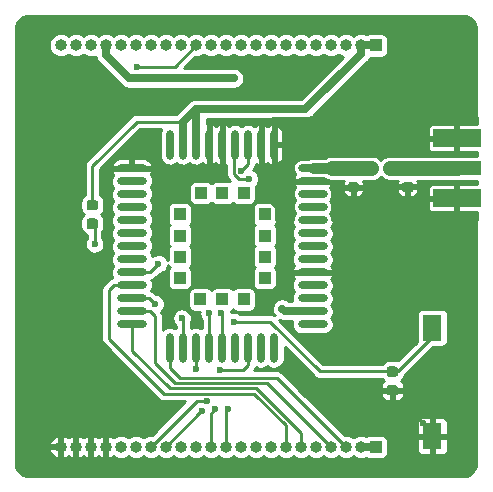
<source format=gbr>
G04 #@! TF.GenerationSoftware,KiCad,Pcbnew,5.99.0-unknown-df3fabf~86~ubuntu18.04.1*
G04 #@! TF.CreationDate,2019-10-25T19:03:15-04:00*
G04 #@! TF.ProjectId,bc28_module_board,62633238-5f6d-46f6-9475-6c655f626f61,rev?*
G04 #@! TF.SameCoordinates,Original*
G04 #@! TF.FileFunction,Copper,L1,Top*
G04 #@! TF.FilePolarity,Positive*
%FSLAX46Y46*%
G04 Gerber Fmt 4.6, Leading zero omitted, Abs format (unit mm)*
G04 Created by KiCad (PCBNEW 5.99.0-unknown-df3fabf~86~ubuntu18.04.1) date 2019-10-25 19:03:15*
%MOMM*%
%LPD*%
G04 APERTURE LIST*
%ADD10R,1.000000X1.000000*%
%ADD11O,0.700000X2.500000*%
%ADD12O,2.500000X0.700000*%
%ADD13R,1.600000X2.180000*%
%ADD14O,1.000000X1.000000*%
%ADD15R,4.064000X1.524000*%
%ADD16R,4.064000X1.270000*%
%ADD17C,0.600000*%
%ADD18C,1.290000*%
%ADD19C,0.900000*%
%ADD20C,0.700000*%
%ADD21C,0.250000*%
%ADD22C,0.254000*%
G04 APERTURE END LIST*
D10*
X146200000Y-95500000D03*
X148000000Y-95500000D03*
X149800000Y-95500000D03*
X151600000Y-97300000D03*
X151600000Y-99100000D03*
X151600000Y-100900000D03*
X151600000Y-102700000D03*
X149800000Y-104500000D03*
X148000000Y-104500000D03*
X146150000Y-104500000D03*
X144400000Y-102700000D03*
X144400000Y-100900000D03*
X144400000Y-99100000D03*
X144400000Y-97300000D03*
D11*
X143600000Y-91400000D03*
X144700000Y-91400000D03*
X145800000Y-91400000D03*
X146900000Y-91400000D03*
X148000000Y-91400000D03*
X149100000Y-91400000D03*
X150200000Y-91400000D03*
X151300000Y-91400000D03*
X152400000Y-91400000D03*
D12*
X155650000Y-93400000D03*
X155650000Y-94500000D03*
X155650000Y-95600000D03*
X155650000Y-96700000D03*
X155650000Y-97800000D03*
X155650000Y-98900000D03*
X155650000Y-100000000D03*
X155650000Y-101100000D03*
X155650000Y-102200000D03*
X155650000Y-103300000D03*
X155650000Y-104400000D03*
X155650000Y-105500000D03*
X155650000Y-106600000D03*
D11*
X152400000Y-108600000D03*
X151300000Y-108600000D03*
X150200000Y-108600000D03*
X149100000Y-108600000D03*
X148000000Y-108600000D03*
X146900000Y-108600000D03*
X145800000Y-108600000D03*
X144700000Y-108600000D03*
X143600000Y-108600000D03*
D12*
X140350000Y-106600000D03*
X140350000Y-105500000D03*
X140350000Y-104400000D03*
X140350000Y-103300000D03*
X140350000Y-102200000D03*
X140350000Y-101100000D03*
X140350000Y-100000000D03*
X140350000Y-98900000D03*
X140350000Y-97800000D03*
X140350000Y-96700000D03*
X140350000Y-95600000D03*
X140350000Y-94500000D03*
X140350000Y-93400000D03*
D13*
X165800000Y-106910000D03*
X165800000Y-116090000D03*
G04 #@! TA.AperFunction,SMDPad,CuDef*
G36*
X137339962Y-96091651D02*
G01*
X137410930Y-96139070D01*
X137458349Y-96210038D01*
X137475000Y-96293750D01*
X137475000Y-96731250D01*
X137458349Y-96814962D01*
X137410930Y-96885930D01*
X137339962Y-96933349D01*
X137256250Y-96950000D01*
X136743750Y-96950000D01*
X136660038Y-96933349D01*
X136589070Y-96885930D01*
X136541651Y-96814962D01*
X136525000Y-96731250D01*
X136525000Y-96293750D01*
X136541651Y-96210038D01*
X136589070Y-96139070D01*
X136660038Y-96091651D01*
X136743750Y-96075000D01*
X137256250Y-96075000D01*
X137339962Y-96091651D01*
G37*
G04 #@! TD.AperFunction*
G04 #@! TA.AperFunction,SMDPad,CuDef*
G36*
X137339962Y-97666651D02*
G01*
X137410930Y-97714070D01*
X137458349Y-97785038D01*
X137475000Y-97868750D01*
X137475000Y-98306250D01*
X137458349Y-98389962D01*
X137410930Y-98460930D01*
X137339962Y-98508349D01*
X137256250Y-98525000D01*
X136743750Y-98525000D01*
X136660038Y-98508349D01*
X136589070Y-98460930D01*
X136541651Y-98389962D01*
X136525000Y-98306250D01*
X136525000Y-97868750D01*
X136541651Y-97785038D01*
X136589070Y-97714070D01*
X136660038Y-97666651D01*
X136743750Y-97650000D01*
X137256250Y-97650000D01*
X137339962Y-97666651D01*
G37*
G04 #@! TD.AperFunction*
G04 #@! TA.AperFunction,SMDPad,CuDef*
G36*
X160914962Y-92954151D02*
G01*
X160985930Y-93001570D01*
X161033349Y-93072538D01*
X161050000Y-93156250D01*
X161050000Y-93668750D01*
X161033349Y-93752462D01*
X160985930Y-93823430D01*
X160914962Y-93870849D01*
X160831250Y-93887500D01*
X160393750Y-93887500D01*
X160310038Y-93870849D01*
X160239070Y-93823430D01*
X160191651Y-93752462D01*
X160175000Y-93668750D01*
X160175000Y-93156250D01*
X160191651Y-93072538D01*
X160239070Y-93001570D01*
X160310038Y-92954151D01*
X160393750Y-92937500D01*
X160831250Y-92937500D01*
X160914962Y-92954151D01*
G37*
G04 #@! TD.AperFunction*
G04 #@! TA.AperFunction,SMDPad,CuDef*
G36*
X162489962Y-92954151D02*
G01*
X162560930Y-93001570D01*
X162608349Y-93072538D01*
X162625000Y-93156250D01*
X162625000Y-93668750D01*
X162608349Y-93752462D01*
X162560930Y-93823430D01*
X162489962Y-93870849D01*
X162406250Y-93887500D01*
X161968750Y-93887500D01*
X161885038Y-93870849D01*
X161814070Y-93823430D01*
X161766651Y-93752462D01*
X161750000Y-93668750D01*
X161750000Y-93156250D01*
X161766651Y-93072538D01*
X161814070Y-93001570D01*
X161885038Y-92954151D01*
X161968750Y-92937500D01*
X162406250Y-92937500D01*
X162489962Y-92954151D01*
G37*
G04 #@! TD.AperFunction*
D14*
X134330000Y-117000000D03*
X135600000Y-117000000D03*
X136870000Y-117000000D03*
X138140000Y-117000000D03*
X139410000Y-117000000D03*
X140680000Y-117000000D03*
X141950000Y-117000000D03*
X143220000Y-117000000D03*
X144490000Y-117000000D03*
X145760000Y-117000000D03*
X147030000Y-117000000D03*
X148300000Y-117000000D03*
X149570000Y-117000000D03*
X150840000Y-117000000D03*
X152110000Y-117000000D03*
X153380000Y-117000000D03*
X154650000Y-117000000D03*
X155920000Y-117000000D03*
X157190000Y-117000000D03*
X158460000Y-117000000D03*
X159730000Y-117000000D03*
D10*
X161000000Y-117000000D03*
D14*
X134330000Y-83000000D03*
X135600000Y-83000000D03*
X136870000Y-83000000D03*
X138140000Y-83000000D03*
X139410000Y-83000000D03*
X140680000Y-83000000D03*
X141950000Y-83000000D03*
X143220000Y-83000000D03*
X144490000Y-83000000D03*
X145760000Y-83000000D03*
X147030000Y-83000000D03*
X148300000Y-83000000D03*
X149570000Y-83000000D03*
X150840000Y-83000000D03*
X152110000Y-83000000D03*
X153380000Y-83000000D03*
X154650000Y-83000000D03*
X155920000Y-83000000D03*
X157190000Y-83000000D03*
X158460000Y-83000000D03*
X159730000Y-83000000D03*
D10*
X161000000Y-83000000D03*
D15*
X167868000Y-95940000D03*
X167868000Y-90860000D03*
D16*
X167868000Y-93400000D03*
G04 #@! TA.AperFunction,SMDPad,CuDef*
G36*
X164039962Y-94566651D02*
G01*
X164110930Y-94614070D01*
X164158349Y-94685038D01*
X164175000Y-94768750D01*
X164175000Y-95206250D01*
X164158349Y-95289962D01*
X164110930Y-95360930D01*
X164039962Y-95408349D01*
X163956250Y-95425000D01*
X163443750Y-95425000D01*
X163360038Y-95408349D01*
X163289070Y-95360930D01*
X163241651Y-95289962D01*
X163225000Y-95206250D01*
X163225000Y-94768750D01*
X163241651Y-94685038D01*
X163289070Y-94614070D01*
X163360038Y-94566651D01*
X163443750Y-94550000D01*
X163956250Y-94550000D01*
X164039962Y-94566651D01*
G37*
G04 #@! TD.AperFunction*
G04 #@! TA.AperFunction,SMDPad,CuDef*
G36*
X164039962Y-92991651D02*
G01*
X164110930Y-93039070D01*
X164158349Y-93110038D01*
X164175000Y-93193750D01*
X164175000Y-93631250D01*
X164158349Y-93714962D01*
X164110930Y-93785930D01*
X164039962Y-93833349D01*
X163956250Y-93850000D01*
X163443750Y-93850000D01*
X163360038Y-93833349D01*
X163289070Y-93785930D01*
X163241651Y-93714962D01*
X163225000Y-93631250D01*
X163225000Y-93193750D01*
X163241651Y-93110038D01*
X163289070Y-93039070D01*
X163360038Y-92991651D01*
X163443750Y-92975000D01*
X163956250Y-92975000D01*
X164039962Y-92991651D01*
G37*
G04 #@! TD.AperFunction*
G04 #@! TA.AperFunction,SMDPad,CuDef*
G36*
X159439962Y-94579151D02*
G01*
X159510930Y-94626570D01*
X159558349Y-94697538D01*
X159575000Y-94781250D01*
X159575000Y-95218750D01*
X159558349Y-95302462D01*
X159510930Y-95373430D01*
X159439962Y-95420849D01*
X159356250Y-95437500D01*
X158843750Y-95437500D01*
X158760038Y-95420849D01*
X158689070Y-95373430D01*
X158641651Y-95302462D01*
X158625000Y-95218750D01*
X158625000Y-94781250D01*
X158641651Y-94697538D01*
X158689070Y-94626570D01*
X158760038Y-94579151D01*
X158843750Y-94562500D01*
X159356250Y-94562500D01*
X159439962Y-94579151D01*
G37*
G04 #@! TD.AperFunction*
G04 #@! TA.AperFunction,SMDPad,CuDef*
G36*
X159439962Y-93004151D02*
G01*
X159510930Y-93051570D01*
X159558349Y-93122538D01*
X159575000Y-93206250D01*
X159575000Y-93643750D01*
X159558349Y-93727462D01*
X159510930Y-93798430D01*
X159439962Y-93845849D01*
X159356250Y-93862500D01*
X158843750Y-93862500D01*
X158760038Y-93845849D01*
X158689070Y-93798430D01*
X158641651Y-93727462D01*
X158625000Y-93643750D01*
X158625000Y-93206250D01*
X158641651Y-93122538D01*
X158689070Y-93051570D01*
X158760038Y-93004151D01*
X158843750Y-92987500D01*
X159356250Y-92987500D01*
X159439962Y-93004151D01*
G37*
G04 #@! TD.AperFunction*
G04 #@! TA.AperFunction,SMDPad,CuDef*
G36*
X162739962Y-111766651D02*
G01*
X162810930Y-111814070D01*
X162858349Y-111885038D01*
X162875000Y-111968750D01*
X162875000Y-112406250D01*
X162858349Y-112489962D01*
X162810930Y-112560930D01*
X162739962Y-112608349D01*
X162656250Y-112625000D01*
X162143750Y-112625000D01*
X162060038Y-112608349D01*
X161989070Y-112560930D01*
X161941651Y-112489962D01*
X161925000Y-112406250D01*
X161925000Y-111968750D01*
X161941651Y-111885038D01*
X161989070Y-111814070D01*
X162060038Y-111766651D01*
X162143750Y-111750000D01*
X162656250Y-111750000D01*
X162739962Y-111766651D01*
G37*
G04 #@! TD.AperFunction*
G04 #@! TA.AperFunction,SMDPad,CuDef*
G36*
X162739962Y-110191651D02*
G01*
X162810930Y-110239070D01*
X162858349Y-110310038D01*
X162875000Y-110393750D01*
X162875000Y-110831250D01*
X162858349Y-110914962D01*
X162810930Y-110985930D01*
X162739962Y-111033349D01*
X162656250Y-111050000D01*
X162143750Y-111050000D01*
X162060038Y-111033349D01*
X161989070Y-110985930D01*
X161941651Y-110914962D01*
X161925000Y-110831250D01*
X161925000Y-110393750D01*
X161941651Y-110310038D01*
X161989070Y-110239070D01*
X162060038Y-110191651D01*
X162143750Y-110175000D01*
X162656250Y-110175000D01*
X162739962Y-110191651D01*
G37*
G04 #@! TD.AperFunction*
D17*
X142300000Y-104900000D03*
X147400000Y-113800000D03*
X148500000Y-113800000D03*
X150300000Y-94300000D03*
X149625010Y-93600000D03*
X145800000Y-110400000D03*
X147800000Y-110524957D03*
X146300000Y-114000000D03*
X146675000Y-113125000D03*
X137200000Y-99800000D03*
X144600000Y-106100000D03*
X147900000Y-105700000D03*
X146900000Y-105700000D03*
X149000010Y-106400000D03*
X152300000Y-88400000D03*
X153100000Y-105300000D03*
X140800000Y-84800000D03*
X142600000Y-101500000D03*
X149000000Y-85800000D03*
X153700000Y-89700000D03*
X154800000Y-90900000D03*
X155900000Y-92200000D03*
X155200000Y-89700000D03*
X156700000Y-89700000D03*
X158200000Y-89700000D03*
X159700000Y-89700000D03*
X161200000Y-89700000D03*
X162700000Y-89700000D03*
X164200000Y-89700000D03*
X156300000Y-90900000D03*
X157800000Y-90900000D03*
X159300000Y-90900000D03*
X160800000Y-90900000D03*
X162300000Y-90900000D03*
X163800000Y-90900000D03*
X165300000Y-90900000D03*
X157400000Y-92100000D03*
X158900000Y-92100000D03*
X160400000Y-92100000D03*
X161900000Y-92100000D03*
X163400000Y-92100000D03*
X164900000Y-92100000D03*
X154200000Y-92200000D03*
X157600000Y-94700000D03*
X157700000Y-95900000D03*
X158200000Y-97000000D03*
X159200000Y-95900000D03*
X160700000Y-95900000D03*
X162200000Y-95900000D03*
X163700000Y-95900000D03*
X165200000Y-95900000D03*
X165700000Y-89200000D03*
X160600000Y-94700000D03*
X162100000Y-94700000D03*
X166900000Y-97700000D03*
X165100000Y-94700000D03*
X159700000Y-97000000D03*
X161200000Y-97000000D03*
X162700000Y-97000000D03*
X164200000Y-97000000D03*
X165600000Y-97500000D03*
X132000000Y-118000000D03*
X132000000Y-82000000D03*
X168000000Y-82000000D03*
X168000000Y-118000000D03*
X135000000Y-85000000D03*
X165000000Y-85000000D03*
X165000000Y-115000000D03*
X135000000Y-115000000D03*
X135000000Y-110000000D03*
X135000000Y-105000000D03*
X135000000Y-100000000D03*
X135000000Y-95000000D03*
X135000000Y-90000000D03*
X160000000Y-85000000D03*
X155000000Y-85000000D03*
X165000000Y-110000000D03*
X165000000Y-105000000D03*
X165000000Y-100000000D03*
X160000000Y-100000000D03*
X160000000Y-105000000D03*
X140000000Y-115000000D03*
X137800000Y-101000000D03*
X153400000Y-93200000D03*
X153400000Y-94400000D03*
X158200000Y-102200000D03*
X162200000Y-102200000D03*
X167200000Y-102200000D03*
D18*
X160612500Y-93412500D02*
X157293920Y-93412500D01*
X162215010Y-93400000D02*
X162202510Y-93412500D01*
X167868000Y-93400000D02*
X162215010Y-93400000D01*
D19*
X157281420Y-93400000D02*
X157293920Y-93412500D01*
X155650000Y-93400000D02*
X157281420Y-93400000D01*
D20*
X144700000Y-89450000D02*
X145750000Y-88400000D01*
X144700000Y-91400000D02*
X144700000Y-89450000D01*
X155037106Y-88400000D02*
X159730000Y-83707106D01*
X159730000Y-83707106D02*
X159730000Y-83000000D01*
X161000000Y-83000000D02*
X159730000Y-83000000D01*
X145800000Y-88450000D02*
X145750000Y-88400000D01*
X145800000Y-91400000D02*
X145800000Y-88450000D01*
D21*
X140350000Y-104400000D02*
X141800000Y-104400000D01*
X141800000Y-104400000D02*
X142300000Y-104900000D01*
X149374998Y-94300000D02*
X149875736Y-94300000D01*
X149000000Y-93925002D02*
X149374998Y-94300000D01*
X149100000Y-91400000D02*
X149100000Y-92300000D01*
X149100000Y-92300000D02*
X149000000Y-92400000D01*
X149875736Y-94300000D02*
X150300000Y-94300000D01*
X149000000Y-92400000D02*
X149000000Y-93925002D01*
X150200000Y-91400000D02*
X150200000Y-93025010D01*
X150200000Y-93025010D02*
X149625010Y-93600000D01*
X148300000Y-114000000D02*
X148300000Y-117000000D01*
X148500000Y-113800000D02*
X148300000Y-114000000D01*
X147030000Y-114170000D02*
X147400000Y-113800000D01*
X147030000Y-117000000D02*
X147030000Y-114170000D01*
X145800000Y-108600000D02*
X145800000Y-110400000D01*
X150200000Y-110100000D02*
X149775043Y-110524957D01*
X148224264Y-110524957D02*
X147800000Y-110524957D01*
X150200000Y-108600000D02*
X150200000Y-110100000D01*
X149775043Y-110524957D02*
X148224264Y-110524957D01*
X157960001Y-116500001D02*
X158460000Y-117000000D01*
X152609967Y-111149967D02*
X157960001Y-116500001D01*
X144449967Y-111149967D02*
X152609967Y-111149967D01*
X143600000Y-108600000D02*
X143600000Y-110300000D01*
X143600000Y-110300000D02*
X144449967Y-111149967D01*
X156690001Y-116500001D02*
X157190000Y-117000000D01*
X141850000Y-105500000D02*
X142300000Y-105950000D01*
X140350000Y-105500000D02*
X141850000Y-105500000D01*
X142300000Y-105950000D02*
X142300000Y-109900000D01*
X151789978Y-111599978D02*
X156690001Y-116500001D01*
X142300000Y-109900000D02*
X143999978Y-111599978D01*
X143999978Y-111599978D02*
X151789978Y-111599978D01*
X154650000Y-116292894D02*
X154650000Y-117000000D01*
X154650000Y-115813589D02*
X154650000Y-116292894D01*
X150886400Y-112049989D02*
X154650000Y-115813589D01*
X143549989Y-112049989D02*
X150886400Y-112049989D01*
X140350000Y-106600000D02*
X140350000Y-108850000D01*
X140350000Y-108850000D02*
X143549989Y-112049989D01*
X146220000Y-114000000D02*
X146300000Y-114000000D01*
X143220000Y-117000000D02*
X146220000Y-114000000D01*
X145825000Y-113125000D02*
X146675000Y-113125000D01*
X141950000Y-117000000D02*
X145825000Y-113125000D01*
X144700000Y-106200000D02*
X144700000Y-108600000D01*
X144600000Y-106100000D02*
X144700000Y-106200000D01*
X138850000Y-103300000D02*
X140350000Y-103300000D01*
X153380000Y-117000000D02*
X153380000Y-115180000D01*
X153380000Y-115180000D02*
X150700000Y-112500000D01*
X138400000Y-103750000D02*
X138850000Y-103300000D01*
X143063590Y-112500000D02*
X138400000Y-107836410D01*
X150700000Y-112500000D02*
X143063590Y-112500000D01*
X138400000Y-107836410D02*
X138400000Y-103750000D01*
X137200000Y-98287500D02*
X137000000Y-98087500D01*
X137200000Y-99800000D02*
X137200000Y-98287500D01*
X148000000Y-105800000D02*
X147900000Y-105700000D01*
X148000000Y-108600000D02*
X148000000Y-105800000D01*
X146900000Y-108600000D02*
X146900000Y-105700000D01*
X156267108Y-110612500D02*
X161925000Y-110612500D01*
X161925000Y-110612500D02*
X162400000Y-110612500D01*
X152054608Y-106400000D02*
X156267108Y-110612500D01*
X149000010Y-106400000D02*
X152054608Y-106400000D01*
X165800000Y-107687500D02*
X165800000Y-106910000D01*
X162875000Y-110612500D02*
X165800000Y-107687500D01*
X162400000Y-110612500D02*
X162875000Y-110612500D01*
D20*
X161000000Y-117000000D02*
X159730000Y-117000000D01*
X145750000Y-88400000D02*
X152300000Y-88400000D01*
X152300000Y-88400000D02*
X155037106Y-88400000D01*
X155650000Y-105500000D02*
X153300000Y-105500000D01*
X153300000Y-105500000D02*
X153100000Y-105300000D01*
D21*
X145760000Y-83000000D02*
X143960000Y-84800000D01*
X143960000Y-84800000D02*
X140800000Y-84800000D01*
X141900000Y-102200000D02*
X140350000Y-102200000D01*
X142600000Y-101500000D02*
X141900000Y-102200000D01*
X140750000Y-89450000D02*
X144700000Y-89450000D01*
X137000000Y-96512500D02*
X137000000Y-93200000D01*
X137000000Y-93200000D02*
X140750000Y-89450000D01*
D20*
X138140000Y-83840000D02*
X140100000Y-85800000D01*
X140100000Y-85800000D02*
X148575736Y-85800000D01*
X148575736Y-85800000D02*
X149000000Y-85800000D01*
X138140000Y-83000000D02*
X138140000Y-83840000D01*
G36*
X168446608Y-80528388D02*
G01*
X168657969Y-80545765D01*
X168811703Y-80584380D01*
X168957064Y-80647585D01*
X168991989Y-80670179D01*
X169329111Y-81007301D01*
X169382222Y-81103511D01*
X169435134Y-81252930D01*
X169464565Y-81418151D01*
X169470071Y-81534917D01*
X169474001Y-81553894D01*
X169474001Y-89026000D01*
X169574001Y-89026000D01*
X169574001Y-89666123D01*
X167996000Y-89666123D01*
X167996000Y-92053877D01*
X169574001Y-92053877D01*
X169574001Y-92333123D01*
X167940893Y-92333123D01*
X167919280Y-92329000D01*
X162333246Y-92329000D01*
X162316601Y-92325279D01*
X162198202Y-92329000D01*
X162147634Y-92329000D01*
X162130891Y-92331116D01*
X162046137Y-92333779D01*
X161997155Y-92348010D01*
X161946546Y-92354403D01*
X161867702Y-92385620D01*
X161782407Y-92410401D01*
X161750713Y-92431939D01*
X161694951Y-92454017D01*
X161476034Y-92613070D01*
X161421983Y-92678405D01*
X161409064Y-92691325D01*
X161247020Y-92539157D01*
X161006355Y-92406850D01*
X160663780Y-92341500D01*
X157226545Y-92341500D01*
X157025456Y-92366904D01*
X156773861Y-92466517D01*
X156694743Y-92524000D01*
X155587172Y-92524000D01*
X155401610Y-92550575D01*
X155240120Y-92624000D01*
X154701179Y-92624000D01*
X154555483Y-92642406D01*
X154373187Y-92714582D01*
X154214569Y-92829825D01*
X154089594Y-92980894D01*
X154006114Y-93158297D01*
X153969376Y-93350888D01*
X153981687Y-93546564D01*
X154042274Y-93733030D01*
X154147330Y-93898573D01*
X154199722Y-93947772D01*
X154089594Y-94080894D01*
X153952609Y-94372000D01*
X156816118Y-94372000D01*
X156900065Y-94418150D01*
X157242640Y-94483500D01*
X158276046Y-94483500D01*
X158228092Y-94572111D01*
X158178049Y-94872000D01*
X160017494Y-94872000D01*
X159986271Y-94621513D01*
X159925733Y-94483500D01*
X160679875Y-94483500D01*
X160880964Y-94458096D01*
X161132558Y-94358483D01*
X161351477Y-94199430D01*
X161403826Y-94136151D01*
X161595735Y-94305342D01*
X161836839Y-94428191D01*
X162100919Y-94487221D01*
X162371383Y-94478720D01*
X162397955Y-94471000D01*
X162876046Y-94471000D01*
X162828092Y-94559611D01*
X162778049Y-94859500D01*
X164617494Y-94859500D01*
X164586271Y-94609013D01*
X164525733Y-94471000D01*
X167935375Y-94471000D01*
X167968009Y-94466877D01*
X169574001Y-94466877D01*
X169574001Y-94746123D01*
X167996000Y-94746123D01*
X167996000Y-97133877D01*
X169574001Y-97133877D01*
X169574001Y-97774000D01*
X169474001Y-97774000D01*
X169474000Y-118436812D01*
X169471612Y-118446607D01*
X169454235Y-118657969D01*
X169415619Y-118811708D01*
X169352417Y-118957061D01*
X169329821Y-118991989D01*
X168992700Y-119329110D01*
X168896490Y-119382221D01*
X168747068Y-119435134D01*
X168581847Y-119464565D01*
X168465083Y-119470071D01*
X168446110Y-119474000D01*
X131563188Y-119474000D01*
X131553393Y-119471612D01*
X131342031Y-119454235D01*
X131188292Y-119415619D01*
X131042939Y-119352417D01*
X131008011Y-119329821D01*
X130670890Y-118992700D01*
X130617779Y-118896490D01*
X130564866Y-118747068D01*
X130535435Y-118581847D01*
X130529929Y-118465083D01*
X130526000Y-118446110D01*
X130526000Y-117128000D01*
X133308283Y-117128000D01*
X133348842Y-117318799D01*
X133436564Y-117515825D01*
X133563334Y-117690309D01*
X133723611Y-117834624D01*
X133910390Y-117942460D01*
X134202000Y-118037211D01*
X134202000Y-117128000D01*
X133308283Y-117128000D01*
X130526000Y-117128000D01*
X130526000Y-116872000D01*
X133308283Y-116872000D01*
X134202000Y-116872000D01*
X134202000Y-115962789D01*
X134458000Y-115962789D01*
X134458000Y-118037211D01*
X134749610Y-117942460D01*
X134936389Y-117834624D01*
X134965000Y-117808862D01*
X134993611Y-117834624D01*
X135180390Y-117942460D01*
X135472000Y-118037211D01*
X135472000Y-115962789D01*
X135728000Y-115962789D01*
X135728000Y-118037211D01*
X136019610Y-117942460D01*
X136206389Y-117834624D01*
X136235000Y-117808862D01*
X136263611Y-117834624D01*
X136450390Y-117942460D01*
X136742000Y-118037211D01*
X136742000Y-115962789D01*
X136998000Y-115962789D01*
X136998000Y-118037211D01*
X137289610Y-117942460D01*
X137476389Y-117834624D01*
X137505000Y-117808862D01*
X137533611Y-117834624D01*
X137720390Y-117942460D01*
X138012000Y-118037211D01*
X138012000Y-115962789D01*
X137720390Y-116057540D01*
X137533611Y-116165376D01*
X137505000Y-116191138D01*
X137476389Y-116165376D01*
X137289610Y-116057540D01*
X136998000Y-115962789D01*
X136742000Y-115962789D01*
X136450390Y-116057540D01*
X136263611Y-116165376D01*
X136235000Y-116191138D01*
X136206389Y-116165376D01*
X136019610Y-116057540D01*
X135728000Y-115962789D01*
X135472000Y-115962789D01*
X135180390Y-116057540D01*
X134993611Y-116165376D01*
X134965000Y-116191138D01*
X134936389Y-116165376D01*
X134749610Y-116057540D01*
X134458000Y-115962789D01*
X134202000Y-115962789D01*
X133910390Y-116057540D01*
X133723611Y-116165376D01*
X133563334Y-116309691D01*
X133436564Y-116484174D01*
X133348842Y-116681201D01*
X133308283Y-116872000D01*
X130526000Y-116872000D01*
X130526000Y-107805321D01*
X137740741Y-107805321D01*
X137749000Y-107875103D01*
X137749000Y-107890434D01*
X137755278Y-107928153D01*
X137766876Y-108026140D01*
X137773434Y-108037228D01*
X137775592Y-108050193D01*
X137878504Y-108240924D01*
X137949387Y-108306448D01*
X142554149Y-112911210D01*
X142575438Y-112944182D01*
X142630629Y-112987692D01*
X142641465Y-112998528D01*
X142672581Y-113020764D01*
X142750064Y-113081846D01*
X142762542Y-113085050D01*
X142773233Y-113092690D01*
X142980870Y-113154787D01*
X143077263Y-113151000D01*
X144878348Y-113151000D01*
X142050443Y-115978906D01*
X142003767Y-115974000D01*
X141896233Y-115974000D01*
X141735508Y-115990893D01*
X141530390Y-116057540D01*
X141343611Y-116165376D01*
X141315000Y-116191138D01*
X141286389Y-116165376D01*
X141099610Y-116057540D01*
X140894492Y-115990893D01*
X140733767Y-115974000D01*
X140626233Y-115974000D01*
X140465508Y-115990893D01*
X140260390Y-116057540D01*
X140073611Y-116165376D01*
X140045000Y-116191138D01*
X140016389Y-116165376D01*
X139829610Y-116057540D01*
X139624492Y-115990893D01*
X139463767Y-115974000D01*
X139356233Y-115974000D01*
X139195508Y-115990893D01*
X138990390Y-116057540D01*
X138803611Y-116165376D01*
X138775000Y-116191138D01*
X138746389Y-116165376D01*
X138559610Y-116057540D01*
X138268000Y-115962789D01*
X138268000Y-118037211D01*
X138559610Y-117942460D01*
X138746389Y-117834624D01*
X138775000Y-117808862D01*
X138803611Y-117834624D01*
X138990390Y-117942460D01*
X139195508Y-118009107D01*
X139356233Y-118026000D01*
X139463767Y-118026000D01*
X139624492Y-118009107D01*
X139829610Y-117942460D01*
X140016389Y-117834624D01*
X140045000Y-117808862D01*
X140073611Y-117834624D01*
X140260390Y-117942460D01*
X140465508Y-118009107D01*
X140626233Y-118026000D01*
X140733767Y-118026000D01*
X140894492Y-118009107D01*
X141099610Y-117942460D01*
X141286389Y-117834624D01*
X141315000Y-117808862D01*
X141343611Y-117834624D01*
X141530390Y-117942460D01*
X141735508Y-118009107D01*
X141896233Y-118026000D01*
X142003767Y-118026000D01*
X142164492Y-118009107D01*
X142369610Y-117942460D01*
X142556389Y-117834624D01*
X142585000Y-117808862D01*
X142613611Y-117834624D01*
X142800390Y-117942460D01*
X143005508Y-118009107D01*
X143166233Y-118026000D01*
X143273767Y-118026000D01*
X143434492Y-118009107D01*
X143639610Y-117942460D01*
X143826389Y-117834624D01*
X143855000Y-117808862D01*
X143883611Y-117834624D01*
X144070390Y-117942460D01*
X144275508Y-118009107D01*
X144436233Y-118026000D01*
X144543767Y-118026000D01*
X144704492Y-118009107D01*
X144909610Y-117942460D01*
X145096389Y-117834624D01*
X145125000Y-117808862D01*
X145153611Y-117834624D01*
X145340390Y-117942460D01*
X145545508Y-118009107D01*
X145706233Y-118026000D01*
X145813767Y-118026000D01*
X145974492Y-118009107D01*
X146179610Y-117942460D01*
X146366389Y-117834624D01*
X146395000Y-117808862D01*
X146423611Y-117834624D01*
X146610390Y-117942460D01*
X146815508Y-118009107D01*
X146976233Y-118026000D01*
X147083767Y-118026000D01*
X147244492Y-118009107D01*
X147449610Y-117942460D01*
X147636389Y-117834624D01*
X147665000Y-117808862D01*
X147693611Y-117834624D01*
X147880390Y-117942460D01*
X148085508Y-118009107D01*
X148246233Y-118026000D01*
X148353767Y-118026000D01*
X148514492Y-118009107D01*
X148719610Y-117942460D01*
X148906389Y-117834624D01*
X148935000Y-117808862D01*
X148963611Y-117834624D01*
X149150390Y-117942460D01*
X149355508Y-118009107D01*
X149516233Y-118026000D01*
X149623767Y-118026000D01*
X149784492Y-118009107D01*
X149989610Y-117942460D01*
X150176389Y-117834624D01*
X150205000Y-117808862D01*
X150233611Y-117834624D01*
X150420390Y-117942460D01*
X150625508Y-118009107D01*
X150786233Y-118026000D01*
X150893767Y-118026000D01*
X151054492Y-118009107D01*
X151259610Y-117942460D01*
X151446389Y-117834624D01*
X151475000Y-117808862D01*
X151503611Y-117834624D01*
X151690390Y-117942460D01*
X151895508Y-118009107D01*
X152056233Y-118026000D01*
X152163767Y-118026000D01*
X152324492Y-118009107D01*
X152529610Y-117942460D01*
X152716389Y-117834624D01*
X152745000Y-117808862D01*
X152773611Y-117834624D01*
X152960390Y-117942460D01*
X153165508Y-118009107D01*
X153326233Y-118026000D01*
X153433767Y-118026000D01*
X153594492Y-118009107D01*
X153799610Y-117942460D01*
X153986389Y-117834624D01*
X154015000Y-117808862D01*
X154043611Y-117834624D01*
X154230390Y-117942460D01*
X154435508Y-118009107D01*
X154596233Y-118026000D01*
X154703767Y-118026000D01*
X154864492Y-118009107D01*
X155069610Y-117942460D01*
X155256389Y-117834624D01*
X155285000Y-117808862D01*
X155313611Y-117834624D01*
X155500390Y-117942460D01*
X155705508Y-118009107D01*
X155866233Y-118026000D01*
X155973767Y-118026000D01*
X156134492Y-118009107D01*
X156339610Y-117942460D01*
X156526389Y-117834624D01*
X156555000Y-117808862D01*
X156583611Y-117834624D01*
X156770390Y-117942460D01*
X156975508Y-118009107D01*
X157136233Y-118026000D01*
X157243767Y-118026000D01*
X157404492Y-118009107D01*
X157609610Y-117942460D01*
X157796389Y-117834624D01*
X157825000Y-117808862D01*
X157853611Y-117834624D01*
X158040390Y-117942460D01*
X158245508Y-118009107D01*
X158406233Y-118026000D01*
X158513767Y-118026000D01*
X158674492Y-118009107D01*
X158879610Y-117942460D01*
X159066389Y-117834624D01*
X159095000Y-117808862D01*
X159123611Y-117834624D01*
X159310390Y-117942460D01*
X159515508Y-118009107D01*
X159676233Y-118026000D01*
X159783767Y-118026000D01*
X159944492Y-118009107D01*
X160149610Y-117942460D01*
X160184911Y-117922079D01*
X160294765Y-117995480D01*
X160487590Y-118033836D01*
X161512410Y-118033836D01*
X161705235Y-117995480D01*
X161879225Y-117879225D01*
X161995480Y-117705235D01*
X162033836Y-117512410D01*
X162033836Y-116487590D01*
X161995480Y-116294765D01*
X161944188Y-116218000D01*
X164466164Y-116218000D01*
X164466164Y-117192410D01*
X164504520Y-117385235D01*
X164620775Y-117559225D01*
X164794765Y-117675480D01*
X164987590Y-117713836D01*
X165672000Y-117713836D01*
X165672000Y-116218000D01*
X165928000Y-116218000D01*
X165928000Y-117713836D01*
X166612410Y-117713836D01*
X166805235Y-117675480D01*
X166979225Y-117559225D01*
X167095480Y-117385235D01*
X167133836Y-117192410D01*
X167133836Y-116218000D01*
X165928000Y-116218000D01*
X165672000Y-116218000D01*
X164466164Y-116218000D01*
X161944188Y-116218000D01*
X161879225Y-116120775D01*
X161705235Y-116004520D01*
X161512410Y-115966164D01*
X160487590Y-115966164D01*
X160294765Y-116004520D01*
X160184911Y-116077921D01*
X160149610Y-116057540D01*
X159944492Y-115990893D01*
X159783767Y-115974000D01*
X159676233Y-115974000D01*
X159515508Y-115990893D01*
X159310390Y-116057540D01*
X159123611Y-116165376D01*
X159095000Y-116191138D01*
X159066389Y-116165376D01*
X158879610Y-116057540D01*
X158674492Y-115990893D01*
X158513767Y-115974000D01*
X158406233Y-115974000D01*
X158359557Y-115978905D01*
X157368242Y-114987590D01*
X164466164Y-114987590D01*
X164466164Y-115962000D01*
X165672000Y-115962000D01*
X165672000Y-114466164D01*
X165928000Y-114466164D01*
X165928000Y-115962000D01*
X167133836Y-115962000D01*
X167133836Y-114987590D01*
X167095480Y-114794765D01*
X166979225Y-114620775D01*
X166805235Y-114504520D01*
X166612410Y-114466164D01*
X165928000Y-114466164D01*
X165672000Y-114466164D01*
X164987590Y-114466164D01*
X164794765Y-114504520D01*
X164620775Y-114620775D01*
X164504520Y-114794765D01*
X164466164Y-114987590D01*
X157368242Y-114987590D01*
X154696152Y-112315500D01*
X161378502Y-112315500D01*
X161429348Y-112636532D01*
X161536451Y-112846733D01*
X161703267Y-113013549D01*
X161913468Y-113120652D01*
X162272000Y-113177436D01*
X162272000Y-112315500D01*
X162528000Y-112315500D01*
X162528000Y-113177436D01*
X162886532Y-113120652D01*
X163096733Y-113013549D01*
X163263549Y-112846733D01*
X163370652Y-112636532D01*
X163421498Y-112315500D01*
X162528000Y-112315500D01*
X162272000Y-112315500D01*
X161378502Y-112315500D01*
X154696152Y-112315500D01*
X153119409Y-110738758D01*
X153098118Y-110705784D01*
X153042923Y-110662271D01*
X153032091Y-110651439D01*
X153000987Y-110629211D01*
X152923496Y-110568123D01*
X152911016Y-110564918D01*
X152900322Y-110557276D01*
X152692685Y-110495180D01*
X152596293Y-110498967D01*
X150715077Y-110498967D01*
X150720765Y-110491007D01*
X150781845Y-110413528D01*
X150785049Y-110401051D01*
X150792691Y-110390357D01*
X150836502Y-110243859D01*
X150948321Y-110308809D01*
X151143819Y-110368020D01*
X151347695Y-110380668D01*
X151549013Y-110346075D01*
X151736974Y-110266097D01*
X151848368Y-110184121D01*
X151871687Y-110206211D01*
X152048321Y-110308809D01*
X152243819Y-110368020D01*
X152447695Y-110380668D01*
X152649013Y-110346075D01*
X152836974Y-110266097D01*
X153001494Y-110145024D01*
X153133749Y-109989350D01*
X153228450Y-109803888D01*
X153276000Y-109539617D01*
X153276000Y-108542043D01*
X155757667Y-111023710D01*
X155778956Y-111056682D01*
X155834147Y-111100192D01*
X155844982Y-111111027D01*
X155876095Y-111133261D01*
X155953582Y-111194346D01*
X155966059Y-111197550D01*
X155976752Y-111205191D01*
X156184389Y-111267287D01*
X156280792Y-111263500D01*
X161532256Y-111263500D01*
X161536451Y-111271733D01*
X161664718Y-111400000D01*
X161536451Y-111528267D01*
X161429348Y-111738468D01*
X161378502Y-112059500D01*
X163421498Y-112059500D01*
X163370652Y-111738468D01*
X163263549Y-111528267D01*
X163135282Y-111400000D01*
X163263549Y-111271733D01*
X163370652Y-111061532D01*
X163375175Y-111032976D01*
X165874316Y-108533836D01*
X166612410Y-108533836D01*
X166805235Y-108495480D01*
X166979225Y-108379225D01*
X167095480Y-108205235D01*
X167133836Y-108012410D01*
X167133836Y-105807590D01*
X167095480Y-105614765D01*
X166979225Y-105440775D01*
X166805235Y-105324520D01*
X166612410Y-105286164D01*
X164987590Y-105286164D01*
X164794765Y-105324520D01*
X164620775Y-105440775D01*
X164504520Y-105614765D01*
X164466164Y-105807590D01*
X164466164Y-108012410D01*
X164480810Y-108086039D01*
X162887174Y-109679675D01*
X162886533Y-109679348D01*
X162663439Y-109644014D01*
X162136561Y-109644014D01*
X161913467Y-109679348D01*
X161703267Y-109786451D01*
X161536451Y-109953267D01*
X161532256Y-109961500D01*
X156536760Y-109961500D01*
X152815681Y-106240422D01*
X152846438Y-106254862D01*
X152875005Y-106276272D01*
X152959518Y-106307954D01*
X153041607Y-106346495D01*
X153076058Y-106351643D01*
X153109959Y-106364352D01*
X153211669Y-106371910D01*
X153239035Y-106376000D01*
X153266692Y-106376000D01*
X153360193Y-106382948D01*
X153392742Y-106376000D01*
X153902520Y-106376000D01*
X153881980Y-106443818D01*
X153869332Y-106647695D01*
X153903925Y-106849013D01*
X153983903Y-107036974D01*
X154104976Y-107201494D01*
X154260650Y-107333749D01*
X154446112Y-107428450D01*
X154710383Y-107476000D01*
X156601106Y-107476000D01*
X156752895Y-107458303D01*
X156944905Y-107388607D01*
X157115732Y-107276608D01*
X157256211Y-107128314D01*
X157358809Y-106951680D01*
X157418020Y-106756182D01*
X157430668Y-106552305D01*
X157396075Y-106350987D01*
X157316097Y-106163026D01*
X157234121Y-106051633D01*
X157256212Y-106028314D01*
X157358809Y-105851680D01*
X157418020Y-105656182D01*
X157430668Y-105452305D01*
X157396075Y-105250987D01*
X157316097Y-105063026D01*
X157234121Y-104951633D01*
X157256212Y-104928314D01*
X157358809Y-104751680D01*
X157418020Y-104556182D01*
X157430668Y-104352305D01*
X157396075Y-104150987D01*
X157316097Y-103963026D01*
X157234121Y-103851633D01*
X157256212Y-103828314D01*
X157358809Y-103651680D01*
X157418020Y-103456182D01*
X157430668Y-103252305D01*
X157396075Y-103050987D01*
X157316097Y-102863026D01*
X157234121Y-102751633D01*
X157256212Y-102728314D01*
X157358809Y-102551679D01*
X157426554Y-102328000D01*
X153852433Y-102328000D01*
X153983903Y-102636974D01*
X154065879Y-102748367D01*
X154043788Y-102771686D01*
X153941191Y-102948320D01*
X153881980Y-103143818D01*
X153869332Y-103347695D01*
X153903925Y-103549013D01*
X153983903Y-103736974D01*
X154065879Y-103848367D01*
X154043788Y-103871686D01*
X153941191Y-104048320D01*
X153881980Y-104243818D01*
X153869332Y-104447695D01*
X153899627Y-104624000D01*
X153658789Y-104624000D01*
X153524995Y-104523728D01*
X153290040Y-104435648D01*
X153039807Y-104417052D01*
X152794412Y-104469436D01*
X152573584Y-104588590D01*
X152395073Y-104764931D01*
X152273232Y-104984288D01*
X152217853Y-105229024D01*
X152233391Y-105479466D01*
X152318727Y-105715851D01*
X152431240Y-105867902D01*
X152368137Y-105818156D01*
X152355657Y-105814951D01*
X152344963Y-105807309D01*
X152137326Y-105745213D01*
X152040934Y-105749000D01*
X149508592Y-105749000D01*
X149420194Y-105678053D01*
X149189337Y-105586417D01*
X148941741Y-105566712D01*
X148725966Y-105614747D01*
X148726295Y-105577016D01*
X148701516Y-105496220D01*
X148705235Y-105495480D01*
X148879225Y-105379225D01*
X148900000Y-105348133D01*
X148920775Y-105379225D01*
X149094765Y-105495480D01*
X149287590Y-105533836D01*
X150312410Y-105533836D01*
X150505235Y-105495480D01*
X150679225Y-105379225D01*
X150795480Y-105205235D01*
X150833836Y-105012410D01*
X150833836Y-103987590D01*
X150795480Y-103794765D01*
X150679225Y-103620775D01*
X150505235Y-103504520D01*
X150312410Y-103466164D01*
X149287590Y-103466164D01*
X149094765Y-103504520D01*
X148920775Y-103620775D01*
X148900000Y-103651867D01*
X148879225Y-103620775D01*
X148705235Y-103504520D01*
X148512410Y-103466164D01*
X147487590Y-103466164D01*
X147294765Y-103504520D01*
X147120775Y-103620775D01*
X147075000Y-103689283D01*
X147029225Y-103620775D01*
X146855235Y-103504520D01*
X146662410Y-103466164D01*
X145637590Y-103466164D01*
X145444765Y-103504520D01*
X145270775Y-103620775D01*
X145154520Y-103794765D01*
X145116164Y-103987590D01*
X145116164Y-105012410D01*
X145154520Y-105205235D01*
X145270775Y-105379225D01*
X145444765Y-105495480D01*
X145637590Y-105533836D01*
X146090015Y-105533836D01*
X146064710Y-105692710D01*
X146099492Y-105938642D01*
X146205051Y-106163474D01*
X146249001Y-106211859D01*
X146249000Y-106947720D01*
X146151679Y-106891191D01*
X145956181Y-106831980D01*
X145752305Y-106819332D01*
X145550987Y-106853925D01*
X145363026Y-106933903D01*
X145351000Y-106942753D01*
X145351000Y-106461463D01*
X145424022Y-106237386D01*
X145426295Y-105977016D01*
X145353321Y-105739069D01*
X145213890Y-105533519D01*
X145020184Y-105378053D01*
X144789327Y-105286417D01*
X144541731Y-105266712D01*
X144299287Y-105320684D01*
X144083430Y-105443556D01*
X143913245Y-105624469D01*
X143803779Y-105847424D01*
X143764710Y-106092710D01*
X143799492Y-106338642D01*
X143905051Y-106563474D01*
X144049000Y-106721950D01*
X144049000Y-106947719D01*
X143951679Y-106891191D01*
X143756181Y-106831980D01*
X143552305Y-106819332D01*
X143350987Y-106853925D01*
X143163026Y-106933903D01*
X142998506Y-107054976D01*
X142951000Y-107110894D01*
X142951000Y-106019451D01*
X142959259Y-105981089D01*
X142951000Y-105911308D01*
X142951000Y-105895973D01*
X142944717Y-105858226D01*
X142933123Y-105760269D01*
X142926567Y-105749184D01*
X142924409Y-105736217D01*
X142821496Y-105545486D01*
X142818809Y-105543002D01*
X142903911Y-105477109D01*
X143046907Y-105274022D01*
X143124022Y-105037386D01*
X143126295Y-104777016D01*
X143053321Y-104539069D01*
X142913890Y-104333519D01*
X142720184Y-104178053D01*
X142489327Y-104086417D01*
X142399956Y-104079305D01*
X142309442Y-103988791D01*
X142288151Y-103955817D01*
X142232956Y-103912304D01*
X142222124Y-103901472D01*
X142191020Y-103879244D01*
X142113529Y-103818156D01*
X142101049Y-103814951D01*
X142090355Y-103807309D01*
X141986460Y-103776238D01*
X142058809Y-103651680D01*
X142118020Y-103456182D01*
X142130668Y-103252305D01*
X142096075Y-103050987D01*
X142016097Y-102863026D01*
X142001754Y-102843536D01*
X142089729Y-102833124D01*
X142100816Y-102826567D01*
X142113783Y-102824409D01*
X142304514Y-102721496D01*
X142370025Y-102650627D01*
X142699179Y-102321474D01*
X142775099Y-102316764D01*
X143007520Y-102229171D01*
X143203911Y-102077109D01*
X143346907Y-101874022D01*
X143424022Y-101637386D01*
X143424048Y-101634460D01*
X143520775Y-101779225D01*
X143551867Y-101800000D01*
X143520775Y-101820775D01*
X143404520Y-101994765D01*
X143366164Y-102187590D01*
X143366164Y-103212410D01*
X143404520Y-103405235D01*
X143520775Y-103579225D01*
X143694765Y-103695480D01*
X143887590Y-103733836D01*
X144912410Y-103733836D01*
X145105235Y-103695480D01*
X145279225Y-103579225D01*
X145395480Y-103405235D01*
X145433836Y-103212410D01*
X145433836Y-102187590D01*
X145395480Y-101994765D01*
X145279225Y-101820775D01*
X145248133Y-101800000D01*
X145279225Y-101779225D01*
X145395480Y-101605235D01*
X145433836Y-101412410D01*
X145433836Y-100387590D01*
X145395480Y-100194765D01*
X145279225Y-100020775D01*
X145248133Y-100000000D01*
X145279225Y-99979225D01*
X145395480Y-99805235D01*
X145433836Y-99612410D01*
X145433836Y-98587590D01*
X145395480Y-98394765D01*
X145279225Y-98220775D01*
X145248133Y-98200000D01*
X145279225Y-98179225D01*
X145395480Y-98005235D01*
X145433836Y-97812410D01*
X145433836Y-96787590D01*
X150566164Y-96787590D01*
X150566164Y-97812410D01*
X150604520Y-98005235D01*
X150720775Y-98179225D01*
X150751867Y-98200000D01*
X150720775Y-98220775D01*
X150604520Y-98394765D01*
X150566164Y-98587590D01*
X150566164Y-99612410D01*
X150604520Y-99805235D01*
X150720775Y-99979225D01*
X150751867Y-100000000D01*
X150720775Y-100020775D01*
X150604520Y-100194765D01*
X150566164Y-100387590D01*
X150566164Y-101412410D01*
X150604520Y-101605235D01*
X150720775Y-101779225D01*
X150751867Y-101800000D01*
X150720775Y-101820775D01*
X150604520Y-101994765D01*
X150566164Y-102187590D01*
X150566164Y-103212410D01*
X150604520Y-103405235D01*
X150720775Y-103579225D01*
X150894765Y-103695480D01*
X151087590Y-103733836D01*
X152112410Y-103733836D01*
X152305235Y-103695480D01*
X152479225Y-103579225D01*
X152595480Y-103405235D01*
X152633836Y-103212410D01*
X152633836Y-102187590D01*
X152595480Y-101994765D01*
X152479225Y-101820775D01*
X152448133Y-101800000D01*
X152479225Y-101779225D01*
X152595480Y-101605235D01*
X152633836Y-101412410D01*
X152633836Y-100387590D01*
X152595480Y-100194765D01*
X152479225Y-100020775D01*
X152448133Y-100000000D01*
X152479225Y-99979225D01*
X152595480Y-99805235D01*
X152633836Y-99612410D01*
X152633836Y-98587590D01*
X152595480Y-98394765D01*
X152479225Y-98220775D01*
X152448133Y-98200000D01*
X152479225Y-98179225D01*
X152595480Y-98005235D01*
X152626817Y-97847695D01*
X153869332Y-97847695D01*
X153903925Y-98049013D01*
X153983903Y-98236974D01*
X154065879Y-98348367D01*
X154043788Y-98371686D01*
X153941191Y-98548320D01*
X153881980Y-98743818D01*
X153869332Y-98947695D01*
X153903925Y-99149013D01*
X153983903Y-99336974D01*
X154065879Y-99448367D01*
X154043788Y-99471686D01*
X153941191Y-99648320D01*
X153881980Y-99843818D01*
X153869332Y-100047695D01*
X153903925Y-100249013D01*
X153983903Y-100436974D01*
X154065879Y-100548367D01*
X154043788Y-100571686D01*
X153941191Y-100748320D01*
X153881980Y-100943818D01*
X153869332Y-101147695D01*
X153903925Y-101349013D01*
X153983903Y-101536974D01*
X154065879Y-101648367D01*
X154043788Y-101671686D01*
X153941191Y-101848321D01*
X153873446Y-102072000D01*
X157447567Y-102072000D01*
X157316097Y-101763026D01*
X157234121Y-101651633D01*
X157256212Y-101628314D01*
X157358809Y-101451680D01*
X157418020Y-101256182D01*
X157430668Y-101052305D01*
X157396075Y-100850987D01*
X157316097Y-100663026D01*
X157234121Y-100551633D01*
X157256212Y-100528314D01*
X157358809Y-100351680D01*
X157418020Y-100156182D01*
X157430668Y-99952305D01*
X157396075Y-99750987D01*
X157316097Y-99563026D01*
X157234121Y-99451633D01*
X157256212Y-99428314D01*
X157358809Y-99251680D01*
X157418020Y-99056182D01*
X157430668Y-98852305D01*
X157396075Y-98650987D01*
X157316097Y-98463026D01*
X157234121Y-98351633D01*
X157256212Y-98328314D01*
X157358809Y-98151680D01*
X157418020Y-97956182D01*
X157429322Y-97774000D01*
X157325898Y-97774000D01*
X157318313Y-97653436D01*
X157257726Y-97466970D01*
X157152670Y-97301427D01*
X157100278Y-97252228D01*
X157210406Y-97119106D01*
X157293886Y-96941703D01*
X157330624Y-96749112D01*
X157318313Y-96553436D01*
X157257726Y-96366970D01*
X157152670Y-96201427D01*
X157100278Y-96152228D01*
X157169957Y-96068000D01*
X165404123Y-96068000D01*
X165404123Y-96714410D01*
X165434718Y-96868217D01*
X165528871Y-97009129D01*
X165669783Y-97103282D01*
X165823590Y-97133877D01*
X167740000Y-97133877D01*
X167740000Y-96068000D01*
X165404123Y-96068000D01*
X157169957Y-96068000D01*
X157210406Y-96019106D01*
X157293886Y-95841703D01*
X157330624Y-95649112D01*
X157318313Y-95453436D01*
X157257726Y-95266970D01*
X157169534Y-95128000D01*
X158182506Y-95128000D01*
X158213729Y-95378487D01*
X158299203Y-95573350D01*
X158445126Y-95731864D01*
X158634611Y-95834408D01*
X158972000Y-95890708D01*
X158972000Y-95128000D01*
X159228000Y-95128000D01*
X159228000Y-95884670D01*
X159515987Y-95848771D01*
X159710850Y-95763297D01*
X159869364Y-95617374D01*
X159971908Y-95427889D01*
X160021951Y-95128000D01*
X159228000Y-95128000D01*
X158972000Y-95128000D01*
X158182506Y-95128000D01*
X157169534Y-95128000D01*
X157161602Y-95115500D01*
X162782506Y-95115500D01*
X162813729Y-95365987D01*
X162899203Y-95560850D01*
X163045126Y-95719364D01*
X163234611Y-95821908D01*
X163572000Y-95878208D01*
X163572000Y-95115500D01*
X163828000Y-95115500D01*
X163828000Y-95872170D01*
X164115987Y-95836271D01*
X164310850Y-95750797D01*
X164469364Y-95604874D01*
X164571908Y-95415389D01*
X164613592Y-95165590D01*
X165404123Y-95165590D01*
X165404123Y-95812000D01*
X167740000Y-95812000D01*
X167740000Y-94746123D01*
X165823590Y-94746123D01*
X165669783Y-94776718D01*
X165528871Y-94870871D01*
X165434718Y-95011783D01*
X165404123Y-95165590D01*
X164613592Y-95165590D01*
X164621951Y-95115500D01*
X163828000Y-95115500D01*
X163572000Y-95115500D01*
X162782506Y-95115500D01*
X157161602Y-95115500D01*
X157152670Y-95101427D01*
X157100278Y-95052228D01*
X157210406Y-94919106D01*
X157347391Y-94628000D01*
X153975653Y-94628000D01*
X154042274Y-94833031D01*
X154147330Y-94998573D01*
X154199722Y-95047772D01*
X154089594Y-95180894D01*
X154006114Y-95358297D01*
X153969376Y-95550888D01*
X153981687Y-95746564D01*
X154042274Y-95933030D01*
X154147330Y-96098573D01*
X154199722Y-96147772D01*
X154089594Y-96280894D01*
X154006114Y-96458297D01*
X153969376Y-96650888D01*
X153981687Y-96846564D01*
X154042274Y-97033030D01*
X154147330Y-97198573D01*
X154199722Y-97247772D01*
X154089594Y-97380894D01*
X154006114Y-97558297D01*
X153969376Y-97750888D01*
X153970830Y-97774000D01*
X153873904Y-97774000D01*
X153869332Y-97847695D01*
X152626817Y-97847695D01*
X152633836Y-97812410D01*
X152633836Y-97774000D01*
X152531877Y-97774000D01*
X152531877Y-96787590D01*
X152501282Y-96633783D01*
X152407129Y-96492871D01*
X152266217Y-96398718D01*
X152226000Y-96390718D01*
X152226000Y-96288759D01*
X152112410Y-96266164D01*
X151087590Y-96266164D01*
X150894765Y-96304520D01*
X150720775Y-96420775D01*
X150604520Y-96594765D01*
X150566164Y-96787590D01*
X145433836Y-96787590D01*
X145395480Y-96594765D01*
X145279225Y-96420775D01*
X145105235Y-96304520D01*
X144912410Y-96266164D01*
X143887590Y-96266164D01*
X143694765Y-96304520D01*
X143520775Y-96420775D01*
X143404520Y-96594765D01*
X143366164Y-96787590D01*
X143366164Y-97812410D01*
X143404520Y-98005235D01*
X143520775Y-98179225D01*
X143551867Y-98200000D01*
X143520775Y-98220775D01*
X143404520Y-98394765D01*
X143366164Y-98587590D01*
X143366164Y-99612410D01*
X143404520Y-99805235D01*
X143520775Y-99979225D01*
X143551867Y-100000000D01*
X143520775Y-100020775D01*
X143404520Y-100194765D01*
X143366164Y-100387590D01*
X143366164Y-101180946D01*
X143353321Y-101139069D01*
X143213890Y-100933519D01*
X143020184Y-100778053D01*
X142789327Y-100686417D01*
X142541731Y-100666712D01*
X142299287Y-100720684D01*
X142091064Y-100839210D01*
X142016097Y-100663026D01*
X141934121Y-100551633D01*
X141956212Y-100528314D01*
X142058809Y-100351680D01*
X142118020Y-100156182D01*
X142130668Y-99952305D01*
X142096075Y-99750987D01*
X142016097Y-99563026D01*
X141934121Y-99451633D01*
X141956212Y-99428314D01*
X142058809Y-99251680D01*
X142118020Y-99056182D01*
X142130668Y-98852305D01*
X142096075Y-98650987D01*
X142016097Y-98463026D01*
X141934121Y-98351633D01*
X141956212Y-98328314D01*
X142058809Y-98151680D01*
X142118020Y-97956182D01*
X142130668Y-97752305D01*
X142096075Y-97550987D01*
X142016097Y-97363026D01*
X141934121Y-97251633D01*
X141956212Y-97228314D01*
X142058809Y-97051680D01*
X142118020Y-96856182D01*
X142130668Y-96652305D01*
X142096075Y-96450987D01*
X142016097Y-96263026D01*
X141934121Y-96151633D01*
X141956212Y-96128314D01*
X142058809Y-95951680D01*
X142118020Y-95756182D01*
X142130668Y-95552305D01*
X142096075Y-95350987D01*
X142016097Y-95163026D01*
X141934121Y-95051633D01*
X141956212Y-95028314D01*
X141979866Y-94987590D01*
X145166164Y-94987590D01*
X145166164Y-96012410D01*
X145204520Y-96205235D01*
X145320775Y-96379225D01*
X145494765Y-96495480D01*
X145687590Y-96533836D01*
X146712410Y-96533836D01*
X146905235Y-96495480D01*
X147079225Y-96379225D01*
X147100000Y-96348133D01*
X147120775Y-96379225D01*
X147294765Y-96495480D01*
X147487590Y-96533836D01*
X148512410Y-96533836D01*
X148705235Y-96495480D01*
X148879225Y-96379225D01*
X148900000Y-96348133D01*
X148920775Y-96379225D01*
X149094765Y-96495480D01*
X149287590Y-96533836D01*
X150312410Y-96533836D01*
X150505235Y-96495480D01*
X150679225Y-96379225D01*
X150795480Y-96205235D01*
X150833836Y-96012410D01*
X150833836Y-94987590D01*
X150824145Y-94938870D01*
X150903911Y-94877109D01*
X151046907Y-94674022D01*
X151124022Y-94437386D01*
X151126295Y-94177016D01*
X151053321Y-93939069D01*
X150913890Y-93733519D01*
X150720184Y-93578053D01*
X150610963Y-93534699D01*
X150611214Y-93534448D01*
X150644183Y-93513160D01*
X150687691Y-93457971D01*
X150698527Y-93447136D01*
X150720761Y-93416023D01*
X150781846Y-93338536D01*
X150785050Y-93326059D01*
X150792691Y-93315366D01*
X150854787Y-93107729D01*
X150852646Y-93053236D01*
X150948321Y-93108809D01*
X151172000Y-93176555D01*
X151172000Y-89623445D01*
X151428000Y-89623445D01*
X151428000Y-93197567D01*
X151736974Y-93066097D01*
X151848368Y-92984121D01*
X151871687Y-93006211D01*
X152048321Y-93108809D01*
X152226000Y-93162623D01*
X152226000Y-93075743D01*
X152272000Y-93097389D01*
X152272000Y-91528000D01*
X152528000Y-91528000D01*
X152528000Y-93074347D01*
X152733031Y-93007726D01*
X152898573Y-92902670D01*
X153032786Y-92759747D01*
X153129187Y-92584396D01*
X153176000Y-92338991D01*
X153176000Y-91528000D01*
X152528000Y-91528000D01*
X152272000Y-91528000D01*
X152272000Y-91272000D01*
X152528000Y-91272000D01*
X153176000Y-91272000D01*
X153176000Y-90988000D01*
X165404123Y-90988000D01*
X165404123Y-91634410D01*
X165434718Y-91788217D01*
X165528871Y-91929129D01*
X165669783Y-92023282D01*
X165823590Y-92053877D01*
X167740000Y-92053877D01*
X167740000Y-90988000D01*
X165404123Y-90988000D01*
X153176000Y-90988000D01*
X153176000Y-90451179D01*
X153157594Y-90305483D01*
X153085418Y-90123187D01*
X153058103Y-90085590D01*
X165404123Y-90085590D01*
X165404123Y-90732000D01*
X167740000Y-90732000D01*
X167740000Y-89666123D01*
X165823590Y-89666123D01*
X165669783Y-89696718D01*
X165528871Y-89790871D01*
X165434718Y-89931783D01*
X165404123Y-90085590D01*
X153058103Y-90085590D01*
X152970175Y-89964569D01*
X152819104Y-89839594D01*
X152528000Y-89702611D01*
X152528000Y-91272000D01*
X152272000Y-91272000D01*
X152272000Y-89725653D01*
X152226000Y-89740600D01*
X152226000Y-89622006D01*
X151963026Y-89733903D01*
X151851633Y-89815879D01*
X151828313Y-89793788D01*
X151651679Y-89691191D01*
X151428000Y-89623445D01*
X151172000Y-89623445D01*
X151172000Y-89602433D01*
X150863026Y-89733903D01*
X150751633Y-89815879D01*
X150728313Y-89793788D01*
X150551679Y-89691191D01*
X150356181Y-89631980D01*
X150152305Y-89619332D01*
X149950987Y-89653925D01*
X149763026Y-89733903D01*
X149651633Y-89815879D01*
X149628313Y-89793788D01*
X149451679Y-89691191D01*
X149256181Y-89631980D01*
X149052305Y-89619332D01*
X148850987Y-89653925D01*
X148663026Y-89733903D01*
X148551633Y-89815879D01*
X148528313Y-89793788D01*
X148351679Y-89691191D01*
X148128000Y-89623445D01*
X148128000Y-93197567D01*
X148349000Y-93103530D01*
X148349001Y-93855547D01*
X148340741Y-93893913D01*
X148349001Y-93963703D01*
X148349001Y-93979027D01*
X148355276Y-94016728D01*
X148366876Y-94114730D01*
X148373434Y-94125820D01*
X148375593Y-94138787D01*
X148478505Y-94329516D01*
X148549361Y-94395015D01*
X148647352Y-94493006D01*
X148512410Y-94466164D01*
X147487590Y-94466164D01*
X147294765Y-94504520D01*
X147120775Y-94620775D01*
X147100000Y-94651867D01*
X147079225Y-94620775D01*
X146905235Y-94504520D01*
X146712410Y-94466164D01*
X145687590Y-94466164D01*
X145494765Y-94504520D01*
X145320775Y-94620775D01*
X145204520Y-94794765D01*
X145166164Y-94987590D01*
X141979866Y-94987590D01*
X142058809Y-94851680D01*
X142118020Y-94656182D01*
X142130668Y-94452305D01*
X142096075Y-94250987D01*
X142016097Y-94063026D01*
X141934121Y-93951633D01*
X141956212Y-93928314D01*
X142058809Y-93751679D01*
X142126554Y-93528000D01*
X138552433Y-93528000D01*
X138683903Y-93836974D01*
X138765879Y-93948367D01*
X138743788Y-93971686D01*
X138641191Y-94148320D01*
X138581980Y-94343818D01*
X138569332Y-94547695D01*
X138603925Y-94749013D01*
X138683903Y-94936974D01*
X138765879Y-95048367D01*
X138743788Y-95071686D01*
X138641191Y-95248320D01*
X138581980Y-95443818D01*
X138569332Y-95647695D01*
X138603925Y-95849013D01*
X138683903Y-96036974D01*
X138765879Y-96148367D01*
X138743788Y-96171686D01*
X138641191Y-96348320D01*
X138581980Y-96543818D01*
X138569332Y-96747695D01*
X138603925Y-96949013D01*
X138683903Y-97136974D01*
X138765879Y-97248367D01*
X138743788Y-97271686D01*
X138641191Y-97448320D01*
X138581980Y-97643818D01*
X138569332Y-97847695D01*
X138603925Y-98049013D01*
X138683903Y-98236974D01*
X138765879Y-98348367D01*
X138743788Y-98371686D01*
X138641191Y-98548320D01*
X138581980Y-98743818D01*
X138569332Y-98947695D01*
X138603925Y-99149013D01*
X138683903Y-99336974D01*
X138765879Y-99448367D01*
X138743788Y-99471686D01*
X138641191Y-99648320D01*
X138581980Y-99843818D01*
X138569332Y-100047695D01*
X138603925Y-100249013D01*
X138683903Y-100436974D01*
X138765879Y-100548367D01*
X138743788Y-100571686D01*
X138641191Y-100748320D01*
X138581980Y-100943818D01*
X138569332Y-101147695D01*
X138603925Y-101349013D01*
X138683903Y-101536974D01*
X138765879Y-101648367D01*
X138743788Y-101671686D01*
X138641191Y-101848320D01*
X138581980Y-102043818D01*
X138569332Y-102247695D01*
X138603925Y-102449013D01*
X138683903Y-102636974D01*
X138702252Y-102661908D01*
X138660269Y-102666877D01*
X138649184Y-102673433D01*
X138636217Y-102675591D01*
X138445486Y-102778504D01*
X138379986Y-102849361D01*
X137988785Y-103240563D01*
X137955818Y-103261849D01*
X137912309Y-103317039D01*
X137901472Y-103327876D01*
X137879234Y-103358995D01*
X137818155Y-103436474D01*
X137814951Y-103448951D01*
X137807310Y-103459644D01*
X137745213Y-103667282D01*
X137749001Y-103763699D01*
X137749000Y-107766959D01*
X137740741Y-107805321D01*
X130526000Y-107805321D01*
X130526000Y-82892163D01*
X133304000Y-82892163D01*
X133304000Y-83107837D01*
X133348842Y-83318798D01*
X133436564Y-83515825D01*
X133563334Y-83690309D01*
X133723611Y-83834624D01*
X133910390Y-83942460D01*
X134115508Y-84009107D01*
X134276233Y-84026000D01*
X134383767Y-84026000D01*
X134544492Y-84009107D01*
X134749610Y-83942460D01*
X134936389Y-83834624D01*
X134965000Y-83808862D01*
X134993611Y-83834624D01*
X135180390Y-83942460D01*
X135385508Y-84009107D01*
X135546233Y-84026000D01*
X135653767Y-84026000D01*
X135814492Y-84009107D01*
X136019610Y-83942460D01*
X136206389Y-83834624D01*
X136235000Y-83808862D01*
X136263611Y-83834624D01*
X136450390Y-83942460D01*
X136655508Y-84009107D01*
X136816233Y-84026000D01*
X136923767Y-84026000D01*
X137084492Y-84009107D01*
X137269028Y-83949147D01*
X137273391Y-84019466D01*
X137285514Y-84053047D01*
X137290576Y-84088391D01*
X137327938Y-84170564D01*
X137358727Y-84255850D01*
X137379448Y-84283854D01*
X137394433Y-84316811D01*
X137461013Y-84394082D01*
X137477467Y-84416317D01*
X137497021Y-84435870D01*
X137558226Y-84506902D01*
X137586156Y-84525005D01*
X139411176Y-86350026D01*
X139426040Y-86373585D01*
X139500456Y-86439306D01*
X139525000Y-86463851D01*
X139546453Y-86479929D01*
X139614116Y-86539687D01*
X139646433Y-86554860D01*
X139675003Y-86576272D01*
X139759521Y-86607955D01*
X139841607Y-86646495D01*
X139876058Y-86651643D01*
X139909959Y-86664352D01*
X140011669Y-86671910D01*
X140039035Y-86676000D01*
X140066692Y-86676000D01*
X140160193Y-86682948D01*
X140192742Y-86676000D01*
X149062828Y-86676000D01*
X149248390Y-86649425D01*
X149476811Y-86545568D01*
X149666902Y-86381775D01*
X149803381Y-86171214D01*
X149875276Y-85930811D01*
X149876810Y-85679892D01*
X149807856Y-85438628D01*
X149673960Y-85226416D01*
X149485884Y-85060313D01*
X149258393Y-84953505D01*
X149060966Y-84924000D01*
X144756651Y-84924000D01*
X145659557Y-84021095D01*
X145706233Y-84026000D01*
X145813767Y-84026000D01*
X145974492Y-84009107D01*
X146179610Y-83942460D01*
X146366389Y-83834624D01*
X146395000Y-83808862D01*
X146423611Y-83834624D01*
X146610390Y-83942460D01*
X146815508Y-84009107D01*
X146976233Y-84026000D01*
X147083767Y-84026000D01*
X147244492Y-84009107D01*
X147449610Y-83942460D01*
X147636389Y-83834624D01*
X147665000Y-83808862D01*
X147693611Y-83834624D01*
X147880390Y-83942460D01*
X148085508Y-84009107D01*
X148246233Y-84026000D01*
X148353767Y-84026000D01*
X148514492Y-84009107D01*
X148719610Y-83942460D01*
X148906389Y-83834624D01*
X148935000Y-83808862D01*
X148963611Y-83834624D01*
X149150390Y-83942460D01*
X149355508Y-84009107D01*
X149516233Y-84026000D01*
X149623767Y-84026000D01*
X149784492Y-84009107D01*
X149989610Y-83942460D01*
X150176389Y-83834624D01*
X150205000Y-83808862D01*
X150233611Y-83834624D01*
X150420390Y-83942460D01*
X150625508Y-84009107D01*
X150786233Y-84026000D01*
X150893767Y-84026000D01*
X151054492Y-84009107D01*
X151259610Y-83942460D01*
X151446389Y-83834624D01*
X151475000Y-83808862D01*
X151503611Y-83834624D01*
X151690390Y-83942460D01*
X151895508Y-84009107D01*
X152056233Y-84026000D01*
X152163767Y-84026000D01*
X152324492Y-84009107D01*
X152529610Y-83942460D01*
X152716389Y-83834624D01*
X152745000Y-83808862D01*
X152773611Y-83834624D01*
X152960390Y-83942460D01*
X153165508Y-84009107D01*
X153326233Y-84026000D01*
X153433767Y-84026000D01*
X153594492Y-84009107D01*
X153799610Y-83942460D01*
X153986389Y-83834624D01*
X154015000Y-83808862D01*
X154043611Y-83834624D01*
X154230390Y-83942460D01*
X154435508Y-84009107D01*
X154596233Y-84026000D01*
X154703767Y-84026000D01*
X154864492Y-84009107D01*
X155069610Y-83942460D01*
X155256389Y-83834624D01*
X155285000Y-83808862D01*
X155313611Y-83834624D01*
X155500390Y-83942460D01*
X155705508Y-84009107D01*
X155866233Y-84026000D01*
X155973767Y-84026000D01*
X156134492Y-84009107D01*
X156339610Y-83942460D01*
X156526389Y-83834624D01*
X156555000Y-83808862D01*
X156583611Y-83834624D01*
X156770390Y-83942460D01*
X156975508Y-84009107D01*
X157136233Y-84026000D01*
X157243767Y-84026000D01*
X157404492Y-84009107D01*
X157609610Y-83942460D01*
X157796389Y-83834624D01*
X157825000Y-83808862D01*
X157853611Y-83834624D01*
X158040390Y-83942460D01*
X158202970Y-83995286D01*
X154674257Y-87524000D01*
X145848139Y-87524000D01*
X145820975Y-87517853D01*
X145755368Y-87521924D01*
X145689806Y-87517052D01*
X145630772Y-87529654D01*
X145570533Y-87533391D01*
X145536954Y-87545513D01*
X145501611Y-87550575D01*
X145474033Y-87563113D01*
X145444412Y-87569437D01*
X145391298Y-87598095D01*
X145334148Y-87618727D01*
X145306148Y-87639446D01*
X145273190Y-87654432D01*
X145250241Y-87674206D01*
X145223584Y-87688590D01*
X145175357Y-87736230D01*
X145173672Y-87737477D01*
X145154130Y-87757020D01*
X145083099Y-87818224D01*
X145066622Y-87843644D01*
X145045077Y-87864928D01*
X145043647Y-87867502D01*
X144149971Y-88761179D01*
X144126417Y-88776040D01*
X144106139Y-88799000D01*
X140819455Y-88799000D01*
X140781089Y-88790740D01*
X140711300Y-88799000D01*
X140695974Y-88799000D01*
X140658257Y-88805278D01*
X140560269Y-88816876D01*
X140549181Y-88823434D01*
X140536216Y-88825592D01*
X140345486Y-88928504D01*
X140279974Y-88999374D01*
X136588788Y-92690561D01*
X136555818Y-92711849D01*
X136512309Y-92767039D01*
X136501472Y-92777876D01*
X136479234Y-92808995D01*
X136418155Y-92886474D01*
X136414951Y-92898951D01*
X136407310Y-92909644D01*
X136345213Y-93117282D01*
X136349001Y-93213699D01*
X136349000Y-95663149D01*
X136303267Y-95686451D01*
X136136451Y-95853267D01*
X136029348Y-96063467D01*
X135994014Y-96286561D01*
X135994014Y-96738439D01*
X136029348Y-96961533D01*
X136136451Y-97171733D01*
X136264718Y-97300000D01*
X136136451Y-97428267D01*
X136029348Y-97638467D01*
X135994014Y-97861561D01*
X135994014Y-98313439D01*
X136029348Y-98536533D01*
X136136451Y-98746733D01*
X136303267Y-98913549D01*
X136513468Y-99020652D01*
X136549001Y-99026280D01*
X136549000Y-99286459D01*
X136513244Y-99324469D01*
X136403779Y-99547424D01*
X136364710Y-99792710D01*
X136399492Y-100038642D01*
X136505051Y-100263474D01*
X136672052Y-100447328D01*
X136885732Y-100573950D01*
X137127197Y-100632143D01*
X137375099Y-100616764D01*
X137607520Y-100529171D01*
X137803911Y-100377109D01*
X137946907Y-100174022D01*
X138024022Y-99937386D01*
X138026295Y-99677016D01*
X137953321Y-99439069D01*
X137851000Y-99288226D01*
X137851000Y-98759282D01*
X137863549Y-98746733D01*
X137970652Y-98536533D01*
X138005986Y-98313439D01*
X138005986Y-97861561D01*
X137970652Y-97638467D01*
X137863549Y-97428267D01*
X137735282Y-97300000D01*
X137863549Y-97171733D01*
X137970652Y-96961533D01*
X138005986Y-96738439D01*
X138005986Y-96286561D01*
X137970652Y-96063467D01*
X137863549Y-95853267D01*
X137696733Y-95686451D01*
X137651000Y-95663149D01*
X137651000Y-93469651D01*
X137848651Y-93272000D01*
X138573446Y-93272000D01*
X140222000Y-93272000D01*
X140222000Y-92524000D01*
X140478000Y-92524000D01*
X140478000Y-93272000D01*
X142147567Y-93272000D01*
X142016097Y-92963026D01*
X141895024Y-92798506D01*
X141739350Y-92666251D01*
X141553888Y-92571550D01*
X141289617Y-92524000D01*
X140478000Y-92524000D01*
X140222000Y-92524000D01*
X139398894Y-92524000D01*
X139247105Y-92541697D01*
X139055095Y-92611393D01*
X138884268Y-92723392D01*
X138743789Y-92871686D01*
X138641191Y-93048321D01*
X138573446Y-93272000D01*
X137848651Y-93272000D01*
X141019652Y-90101000D01*
X142820116Y-90101000D01*
X142771550Y-90196113D01*
X142724000Y-90460384D01*
X142724001Y-92351106D01*
X142741698Y-92502895D01*
X142811394Y-92694905D01*
X142923393Y-92865732D01*
X143071687Y-93006211D01*
X143248321Y-93108809D01*
X143443819Y-93168020D01*
X143647695Y-93180668D01*
X143849013Y-93146075D01*
X144036974Y-93066097D01*
X144148368Y-92984121D01*
X144171687Y-93006211D01*
X144348321Y-93108809D01*
X144543819Y-93168020D01*
X144747695Y-93180668D01*
X144949013Y-93146075D01*
X145136974Y-93066097D01*
X145248368Y-92984121D01*
X145271687Y-93006211D01*
X145448321Y-93108809D01*
X145643819Y-93168020D01*
X145847695Y-93180668D01*
X146049013Y-93146075D01*
X146236974Y-93066097D01*
X146348368Y-92984121D01*
X146371687Y-93006211D01*
X146548321Y-93108809D01*
X146772000Y-93176555D01*
X146772000Y-89623445D01*
X147028000Y-89623445D01*
X147028000Y-93197567D01*
X147336974Y-93066097D01*
X147448368Y-92984121D01*
X147471687Y-93006211D01*
X147648321Y-93108809D01*
X147872000Y-93176555D01*
X147872000Y-89602433D01*
X147563026Y-89733903D01*
X147451633Y-89815879D01*
X147428313Y-89793788D01*
X147251679Y-89691191D01*
X147028000Y-89623445D01*
X146772000Y-89623445D01*
X146772000Y-89602432D01*
X146676000Y-89643281D01*
X146676000Y-89276000D01*
X152226000Y-89276000D01*
X152226000Y-89176000D01*
X154991043Y-89176000D01*
X155061755Y-89184369D01*
X155164514Y-89165602D01*
X155267854Y-89150066D01*
X155279072Y-89144679D01*
X155296313Y-89141530D01*
X155332071Y-89119230D01*
X155478204Y-89049058D01*
X155503148Y-89026000D01*
X155652682Y-89026000D01*
X155704008Y-88981775D01*
X155722113Y-88953842D01*
X160280028Y-84395928D01*
X160303583Y-84381066D01*
X160369299Y-84306657D01*
X160393850Y-84282107D01*
X160409932Y-84260649D01*
X160469687Y-84192990D01*
X160484859Y-84160675D01*
X160506272Y-84132103D01*
X160537957Y-84047581D01*
X160544411Y-84033836D01*
X161512410Y-84033836D01*
X161705235Y-83995480D01*
X161879225Y-83879225D01*
X161995480Y-83705235D01*
X162033836Y-83512410D01*
X162033836Y-82487590D01*
X161995480Y-82294765D01*
X161879225Y-82120775D01*
X161705235Y-82004520D01*
X161512410Y-81966164D01*
X160487590Y-81966164D01*
X160294765Y-82004520D01*
X160184911Y-82077921D01*
X160149610Y-82057540D01*
X159944492Y-81990893D01*
X159783767Y-81974000D01*
X159676233Y-81974000D01*
X159515508Y-81990893D01*
X159310390Y-82057540D01*
X159123611Y-82165376D01*
X159095000Y-82191138D01*
X159066389Y-82165376D01*
X158879610Y-82057540D01*
X158674492Y-81990893D01*
X158513767Y-81974000D01*
X158406233Y-81974000D01*
X158245508Y-81990893D01*
X158040390Y-82057540D01*
X157853611Y-82165376D01*
X157825000Y-82191138D01*
X157796389Y-82165376D01*
X157609610Y-82057540D01*
X157404492Y-81990893D01*
X157243767Y-81974000D01*
X157136233Y-81974000D01*
X156975508Y-81990893D01*
X156770390Y-82057540D01*
X156583611Y-82165376D01*
X156555000Y-82191138D01*
X156526389Y-82165376D01*
X156339610Y-82057540D01*
X156134492Y-81990893D01*
X155973767Y-81974000D01*
X155866233Y-81974000D01*
X155705508Y-81990893D01*
X155500390Y-82057540D01*
X155313611Y-82165376D01*
X155285000Y-82191138D01*
X155256389Y-82165376D01*
X155069610Y-82057540D01*
X154864492Y-81990893D01*
X154703767Y-81974000D01*
X154596233Y-81974000D01*
X154435508Y-81990893D01*
X154230390Y-82057540D01*
X154043611Y-82165376D01*
X154015000Y-82191138D01*
X153986389Y-82165376D01*
X153799610Y-82057540D01*
X153594492Y-81990893D01*
X153433767Y-81974000D01*
X153326233Y-81974000D01*
X153165508Y-81990893D01*
X152960390Y-82057540D01*
X152773611Y-82165376D01*
X152745000Y-82191138D01*
X152716389Y-82165376D01*
X152529610Y-82057540D01*
X152324492Y-81990893D01*
X152163767Y-81974000D01*
X152056233Y-81974000D01*
X151895508Y-81990893D01*
X151690390Y-82057540D01*
X151503611Y-82165376D01*
X151475000Y-82191138D01*
X151446389Y-82165376D01*
X151259610Y-82057540D01*
X151054492Y-81990893D01*
X150893767Y-81974000D01*
X150786233Y-81974000D01*
X150625508Y-81990893D01*
X150420390Y-82057540D01*
X150233611Y-82165376D01*
X150205000Y-82191138D01*
X150176389Y-82165376D01*
X149989610Y-82057540D01*
X149784492Y-81990893D01*
X149623767Y-81974000D01*
X149516233Y-81974000D01*
X149355508Y-81990893D01*
X149150390Y-82057540D01*
X148963611Y-82165376D01*
X148935000Y-82191138D01*
X148906389Y-82165376D01*
X148719610Y-82057540D01*
X148514492Y-81990893D01*
X148353767Y-81974000D01*
X148246233Y-81974000D01*
X148085508Y-81990893D01*
X147880390Y-82057540D01*
X147693611Y-82165376D01*
X147665000Y-82191138D01*
X147636389Y-82165376D01*
X147449610Y-82057540D01*
X147244492Y-81990893D01*
X147083767Y-81974000D01*
X146976233Y-81974000D01*
X146815508Y-81990893D01*
X146610390Y-82057540D01*
X146423611Y-82165376D01*
X146395000Y-82191138D01*
X146366389Y-82165376D01*
X146179610Y-82057540D01*
X145974492Y-81990893D01*
X145813767Y-81974000D01*
X145706233Y-81974000D01*
X145545508Y-81990893D01*
X145340390Y-82057540D01*
X145153611Y-82165376D01*
X145125000Y-82191138D01*
X145096389Y-82165376D01*
X144909610Y-82057540D01*
X144704492Y-81990893D01*
X144543767Y-81974000D01*
X144436233Y-81974000D01*
X144275508Y-81990893D01*
X144070390Y-82057540D01*
X143883611Y-82165376D01*
X143855000Y-82191138D01*
X143826389Y-82165376D01*
X143639610Y-82057540D01*
X143434492Y-81990893D01*
X143273767Y-81974000D01*
X143166233Y-81974000D01*
X143005508Y-81990893D01*
X142800390Y-82057540D01*
X142613611Y-82165376D01*
X142585000Y-82191138D01*
X142556389Y-82165376D01*
X142369610Y-82057540D01*
X142164492Y-81990893D01*
X142003767Y-81974000D01*
X141896233Y-81974000D01*
X141735508Y-81990893D01*
X141530390Y-82057540D01*
X141343611Y-82165376D01*
X141315000Y-82191138D01*
X141286389Y-82165376D01*
X141099610Y-82057540D01*
X140894492Y-81990893D01*
X140733767Y-81974000D01*
X140626233Y-81974000D01*
X140465508Y-81990893D01*
X140260390Y-82057540D01*
X140073611Y-82165376D01*
X140045000Y-82191138D01*
X140016389Y-82165376D01*
X139829610Y-82057540D01*
X139624492Y-81990893D01*
X139463767Y-81974000D01*
X139356233Y-81974000D01*
X139195508Y-81990893D01*
X138990390Y-82057540D01*
X138803611Y-82165376D01*
X138775000Y-82191138D01*
X138746389Y-82165376D01*
X138559610Y-82057540D01*
X138354492Y-81990893D01*
X138193767Y-81974000D01*
X138086233Y-81974000D01*
X137925508Y-81990893D01*
X137720390Y-82057540D01*
X137533611Y-82165376D01*
X137505000Y-82191138D01*
X137476389Y-82165376D01*
X137289610Y-82057540D01*
X137084492Y-81990893D01*
X136923767Y-81974000D01*
X136816233Y-81974000D01*
X136655508Y-81990893D01*
X136450390Y-82057540D01*
X136263611Y-82165376D01*
X136235000Y-82191138D01*
X136206389Y-82165376D01*
X136019610Y-82057540D01*
X135814492Y-81990893D01*
X135653767Y-81974000D01*
X135546233Y-81974000D01*
X135385508Y-81990893D01*
X135180390Y-82057540D01*
X134993611Y-82165376D01*
X134965000Y-82191138D01*
X134936389Y-82165376D01*
X134749610Y-82057540D01*
X134544492Y-81990893D01*
X134383767Y-81974000D01*
X134276233Y-81974000D01*
X134115508Y-81990893D01*
X133910390Y-82057540D01*
X133723611Y-82165376D01*
X133563334Y-82309691D01*
X133436564Y-82484174D01*
X133348842Y-82681202D01*
X133304000Y-82892163D01*
X130526000Y-82892163D01*
X130526000Y-81563187D01*
X130528388Y-81553392D01*
X130545765Y-81342031D01*
X130584380Y-81188297D01*
X130647585Y-81042936D01*
X130670179Y-81008011D01*
X131007301Y-80670889D01*
X131103511Y-80617778D01*
X131252930Y-80564866D01*
X131418151Y-80535435D01*
X131534917Y-80529929D01*
X131553890Y-80526000D01*
X168436813Y-80526000D01*
X168446608Y-80528388D01*
G37*
D22*
X168446608Y-80528388D02*
X168657969Y-80545765D01*
X168811703Y-80584380D01*
X168957064Y-80647585D01*
X168991989Y-80670179D01*
X169329111Y-81007301D01*
X169382222Y-81103511D01*
X169435134Y-81252930D01*
X169464565Y-81418151D01*
X169470071Y-81534917D01*
X169474001Y-81553894D01*
X169474001Y-89026000D01*
X169574001Y-89026000D01*
X169574001Y-89666123D01*
X167996000Y-89666123D01*
X167996000Y-92053877D01*
X169574001Y-92053877D01*
X169574001Y-92333123D01*
X167940893Y-92333123D01*
X167919280Y-92329000D01*
X162333246Y-92329000D01*
X162316601Y-92325279D01*
X162198202Y-92329000D01*
X162147634Y-92329000D01*
X162130891Y-92331116D01*
X162046137Y-92333779D01*
X161997155Y-92348010D01*
X161946546Y-92354403D01*
X161867702Y-92385620D01*
X161782407Y-92410401D01*
X161750713Y-92431939D01*
X161694951Y-92454017D01*
X161476034Y-92613070D01*
X161421983Y-92678405D01*
X161409064Y-92691325D01*
X161247020Y-92539157D01*
X161006355Y-92406850D01*
X160663780Y-92341500D01*
X157226545Y-92341500D01*
X157025456Y-92366904D01*
X156773861Y-92466517D01*
X156694743Y-92524000D01*
X155587172Y-92524000D01*
X155401610Y-92550575D01*
X155240120Y-92624000D01*
X154701179Y-92624000D01*
X154555483Y-92642406D01*
X154373187Y-92714582D01*
X154214569Y-92829825D01*
X154089594Y-92980894D01*
X154006114Y-93158297D01*
X153969376Y-93350888D01*
X153981687Y-93546564D01*
X154042274Y-93733030D01*
X154147330Y-93898573D01*
X154199722Y-93947772D01*
X154089594Y-94080894D01*
X153952609Y-94372000D01*
X156816118Y-94372000D01*
X156900065Y-94418150D01*
X157242640Y-94483500D01*
X158276046Y-94483500D01*
X158228092Y-94572111D01*
X158178049Y-94872000D01*
X160017494Y-94872000D01*
X159986271Y-94621513D01*
X159925733Y-94483500D01*
X160679875Y-94483500D01*
X160880964Y-94458096D01*
X161132558Y-94358483D01*
X161351477Y-94199430D01*
X161403826Y-94136151D01*
X161595735Y-94305342D01*
X161836839Y-94428191D01*
X162100919Y-94487221D01*
X162371383Y-94478720D01*
X162397955Y-94471000D01*
X162876046Y-94471000D01*
X162828092Y-94559611D01*
X162778049Y-94859500D01*
X164617494Y-94859500D01*
X164586271Y-94609013D01*
X164525733Y-94471000D01*
X167935375Y-94471000D01*
X167968009Y-94466877D01*
X169574001Y-94466877D01*
X169574001Y-94746123D01*
X167996000Y-94746123D01*
X167996000Y-97133877D01*
X169574001Y-97133877D01*
X169574001Y-97774000D01*
X169474001Y-97774000D01*
X169474000Y-118436812D01*
X169471612Y-118446607D01*
X169454235Y-118657969D01*
X169415619Y-118811708D01*
X169352417Y-118957061D01*
X169329821Y-118991989D01*
X168992700Y-119329110D01*
X168896490Y-119382221D01*
X168747068Y-119435134D01*
X168581847Y-119464565D01*
X168465083Y-119470071D01*
X168446110Y-119474000D01*
X131563188Y-119474000D01*
X131553393Y-119471612D01*
X131342031Y-119454235D01*
X131188292Y-119415619D01*
X131042939Y-119352417D01*
X131008011Y-119329821D01*
X130670890Y-118992700D01*
X130617779Y-118896490D01*
X130564866Y-118747068D01*
X130535435Y-118581847D01*
X130529929Y-118465083D01*
X130526000Y-118446110D01*
X130526000Y-117128000D01*
X133308283Y-117128000D01*
X133348842Y-117318799D01*
X133436564Y-117515825D01*
X133563334Y-117690309D01*
X133723611Y-117834624D01*
X133910390Y-117942460D01*
X134202000Y-118037211D01*
X134202000Y-117128000D01*
X133308283Y-117128000D01*
X130526000Y-117128000D01*
X130526000Y-116872000D01*
X133308283Y-116872000D01*
X134202000Y-116872000D01*
X134202000Y-115962789D01*
X134458000Y-115962789D01*
X134458000Y-118037211D01*
X134749610Y-117942460D01*
X134936389Y-117834624D01*
X134965000Y-117808862D01*
X134993611Y-117834624D01*
X135180390Y-117942460D01*
X135472000Y-118037211D01*
X135472000Y-115962789D01*
X135728000Y-115962789D01*
X135728000Y-118037211D01*
X136019610Y-117942460D01*
X136206389Y-117834624D01*
X136235000Y-117808862D01*
X136263611Y-117834624D01*
X136450390Y-117942460D01*
X136742000Y-118037211D01*
X136742000Y-115962789D01*
X136998000Y-115962789D01*
X136998000Y-118037211D01*
X137289610Y-117942460D01*
X137476389Y-117834624D01*
X137505000Y-117808862D01*
X137533611Y-117834624D01*
X137720390Y-117942460D01*
X138012000Y-118037211D01*
X138012000Y-115962789D01*
X137720390Y-116057540D01*
X137533611Y-116165376D01*
X137505000Y-116191138D01*
X137476389Y-116165376D01*
X137289610Y-116057540D01*
X136998000Y-115962789D01*
X136742000Y-115962789D01*
X136450390Y-116057540D01*
X136263611Y-116165376D01*
X136235000Y-116191138D01*
X136206389Y-116165376D01*
X136019610Y-116057540D01*
X135728000Y-115962789D01*
X135472000Y-115962789D01*
X135180390Y-116057540D01*
X134993611Y-116165376D01*
X134965000Y-116191138D01*
X134936389Y-116165376D01*
X134749610Y-116057540D01*
X134458000Y-115962789D01*
X134202000Y-115962789D01*
X133910390Y-116057540D01*
X133723611Y-116165376D01*
X133563334Y-116309691D01*
X133436564Y-116484174D01*
X133348842Y-116681201D01*
X133308283Y-116872000D01*
X130526000Y-116872000D01*
X130526000Y-107805321D01*
X137740741Y-107805321D01*
X137749000Y-107875103D01*
X137749000Y-107890434D01*
X137755278Y-107928153D01*
X137766876Y-108026140D01*
X137773434Y-108037228D01*
X137775592Y-108050193D01*
X137878504Y-108240924D01*
X137949387Y-108306448D01*
X142554149Y-112911210D01*
X142575438Y-112944182D01*
X142630629Y-112987692D01*
X142641465Y-112998528D01*
X142672581Y-113020764D01*
X142750064Y-113081846D01*
X142762542Y-113085050D01*
X142773233Y-113092690D01*
X142980870Y-113154787D01*
X143077263Y-113151000D01*
X144878348Y-113151000D01*
X142050443Y-115978906D01*
X142003767Y-115974000D01*
X141896233Y-115974000D01*
X141735508Y-115990893D01*
X141530390Y-116057540D01*
X141343611Y-116165376D01*
X141315000Y-116191138D01*
X141286389Y-116165376D01*
X141099610Y-116057540D01*
X140894492Y-115990893D01*
X140733767Y-115974000D01*
X140626233Y-115974000D01*
X140465508Y-115990893D01*
X140260390Y-116057540D01*
X140073611Y-116165376D01*
X140045000Y-116191138D01*
X140016389Y-116165376D01*
X139829610Y-116057540D01*
X139624492Y-115990893D01*
X139463767Y-115974000D01*
X139356233Y-115974000D01*
X139195508Y-115990893D01*
X138990390Y-116057540D01*
X138803611Y-116165376D01*
X138775000Y-116191138D01*
X138746389Y-116165376D01*
X138559610Y-116057540D01*
X138268000Y-115962789D01*
X138268000Y-118037211D01*
X138559610Y-117942460D01*
X138746389Y-117834624D01*
X138775000Y-117808862D01*
X138803611Y-117834624D01*
X138990390Y-117942460D01*
X139195508Y-118009107D01*
X139356233Y-118026000D01*
X139463767Y-118026000D01*
X139624492Y-118009107D01*
X139829610Y-117942460D01*
X140016389Y-117834624D01*
X140045000Y-117808862D01*
X140073611Y-117834624D01*
X140260390Y-117942460D01*
X140465508Y-118009107D01*
X140626233Y-118026000D01*
X140733767Y-118026000D01*
X140894492Y-118009107D01*
X141099610Y-117942460D01*
X141286389Y-117834624D01*
X141315000Y-117808862D01*
X141343611Y-117834624D01*
X141530390Y-117942460D01*
X141735508Y-118009107D01*
X141896233Y-118026000D01*
X142003767Y-118026000D01*
X142164492Y-118009107D01*
X142369610Y-117942460D01*
X142556389Y-117834624D01*
X142585000Y-117808862D01*
X142613611Y-117834624D01*
X142800390Y-117942460D01*
X143005508Y-118009107D01*
X143166233Y-118026000D01*
X143273767Y-118026000D01*
X143434492Y-118009107D01*
X143639610Y-117942460D01*
X143826389Y-117834624D01*
X143855000Y-117808862D01*
X143883611Y-117834624D01*
X144070390Y-117942460D01*
X144275508Y-118009107D01*
X144436233Y-118026000D01*
X144543767Y-118026000D01*
X144704492Y-118009107D01*
X144909610Y-117942460D01*
X145096389Y-117834624D01*
X145125000Y-117808862D01*
X145153611Y-117834624D01*
X145340390Y-117942460D01*
X145545508Y-118009107D01*
X145706233Y-118026000D01*
X145813767Y-118026000D01*
X145974492Y-118009107D01*
X146179610Y-117942460D01*
X146366389Y-117834624D01*
X146395000Y-117808862D01*
X146423611Y-117834624D01*
X146610390Y-117942460D01*
X146815508Y-118009107D01*
X146976233Y-118026000D01*
X147083767Y-118026000D01*
X147244492Y-118009107D01*
X147449610Y-117942460D01*
X147636389Y-117834624D01*
X147665000Y-117808862D01*
X147693611Y-117834624D01*
X147880390Y-117942460D01*
X148085508Y-118009107D01*
X148246233Y-118026000D01*
X148353767Y-118026000D01*
X148514492Y-118009107D01*
X148719610Y-117942460D01*
X148906389Y-117834624D01*
X148935000Y-117808862D01*
X148963611Y-117834624D01*
X149150390Y-117942460D01*
X149355508Y-118009107D01*
X149516233Y-118026000D01*
X149623767Y-118026000D01*
X149784492Y-118009107D01*
X149989610Y-117942460D01*
X150176389Y-117834624D01*
X150205000Y-117808862D01*
X150233611Y-117834624D01*
X150420390Y-117942460D01*
X150625508Y-118009107D01*
X150786233Y-118026000D01*
X150893767Y-118026000D01*
X151054492Y-118009107D01*
X151259610Y-117942460D01*
X151446389Y-117834624D01*
X151475000Y-117808862D01*
X151503611Y-117834624D01*
X151690390Y-117942460D01*
X151895508Y-118009107D01*
X152056233Y-118026000D01*
X152163767Y-118026000D01*
X152324492Y-118009107D01*
X152529610Y-117942460D01*
X152716389Y-117834624D01*
X152745000Y-117808862D01*
X152773611Y-117834624D01*
X152960390Y-117942460D01*
X153165508Y-118009107D01*
X153326233Y-118026000D01*
X153433767Y-118026000D01*
X153594492Y-118009107D01*
X153799610Y-117942460D01*
X153986389Y-117834624D01*
X154015000Y-117808862D01*
X154043611Y-117834624D01*
X154230390Y-117942460D01*
X154435508Y-118009107D01*
X154596233Y-118026000D01*
X154703767Y-118026000D01*
X154864492Y-118009107D01*
X155069610Y-117942460D01*
X155256389Y-117834624D01*
X155285000Y-117808862D01*
X155313611Y-117834624D01*
X155500390Y-117942460D01*
X155705508Y-118009107D01*
X155866233Y-118026000D01*
X155973767Y-118026000D01*
X156134492Y-118009107D01*
X156339610Y-117942460D01*
X156526389Y-117834624D01*
X156555000Y-117808862D01*
X156583611Y-117834624D01*
X156770390Y-117942460D01*
X156975508Y-118009107D01*
X157136233Y-118026000D01*
X157243767Y-118026000D01*
X157404492Y-118009107D01*
X157609610Y-117942460D01*
X157796389Y-117834624D01*
X157825000Y-117808862D01*
X157853611Y-117834624D01*
X158040390Y-117942460D01*
X158245508Y-118009107D01*
X158406233Y-118026000D01*
X158513767Y-118026000D01*
X158674492Y-118009107D01*
X158879610Y-117942460D01*
X159066389Y-117834624D01*
X159095000Y-117808862D01*
X159123611Y-117834624D01*
X159310390Y-117942460D01*
X159515508Y-118009107D01*
X159676233Y-118026000D01*
X159783767Y-118026000D01*
X159944492Y-118009107D01*
X160149610Y-117942460D01*
X160184911Y-117922079D01*
X160294765Y-117995480D01*
X160487590Y-118033836D01*
X161512410Y-118033836D01*
X161705235Y-117995480D01*
X161879225Y-117879225D01*
X161995480Y-117705235D01*
X162033836Y-117512410D01*
X162033836Y-116487590D01*
X161995480Y-116294765D01*
X161944188Y-116218000D01*
X164466164Y-116218000D01*
X164466164Y-117192410D01*
X164504520Y-117385235D01*
X164620775Y-117559225D01*
X164794765Y-117675480D01*
X164987590Y-117713836D01*
X165672000Y-117713836D01*
X165672000Y-116218000D01*
X165928000Y-116218000D01*
X165928000Y-117713836D01*
X166612410Y-117713836D01*
X166805235Y-117675480D01*
X166979225Y-117559225D01*
X167095480Y-117385235D01*
X167133836Y-117192410D01*
X167133836Y-116218000D01*
X165928000Y-116218000D01*
X165672000Y-116218000D01*
X164466164Y-116218000D01*
X161944188Y-116218000D01*
X161879225Y-116120775D01*
X161705235Y-116004520D01*
X161512410Y-115966164D01*
X160487590Y-115966164D01*
X160294765Y-116004520D01*
X160184911Y-116077921D01*
X160149610Y-116057540D01*
X159944492Y-115990893D01*
X159783767Y-115974000D01*
X159676233Y-115974000D01*
X159515508Y-115990893D01*
X159310390Y-116057540D01*
X159123611Y-116165376D01*
X159095000Y-116191138D01*
X159066389Y-116165376D01*
X158879610Y-116057540D01*
X158674492Y-115990893D01*
X158513767Y-115974000D01*
X158406233Y-115974000D01*
X158359557Y-115978905D01*
X157368242Y-114987590D01*
X164466164Y-114987590D01*
X164466164Y-115962000D01*
X165672000Y-115962000D01*
X165672000Y-114466164D01*
X165928000Y-114466164D01*
X165928000Y-115962000D01*
X167133836Y-115962000D01*
X167133836Y-114987590D01*
X167095480Y-114794765D01*
X166979225Y-114620775D01*
X166805235Y-114504520D01*
X166612410Y-114466164D01*
X165928000Y-114466164D01*
X165672000Y-114466164D01*
X164987590Y-114466164D01*
X164794765Y-114504520D01*
X164620775Y-114620775D01*
X164504520Y-114794765D01*
X164466164Y-114987590D01*
X157368242Y-114987590D01*
X154696152Y-112315500D01*
X161378502Y-112315500D01*
X161429348Y-112636532D01*
X161536451Y-112846733D01*
X161703267Y-113013549D01*
X161913468Y-113120652D01*
X162272000Y-113177436D01*
X162272000Y-112315500D01*
X162528000Y-112315500D01*
X162528000Y-113177436D01*
X162886532Y-113120652D01*
X163096733Y-113013549D01*
X163263549Y-112846733D01*
X163370652Y-112636532D01*
X163421498Y-112315500D01*
X162528000Y-112315500D01*
X162272000Y-112315500D01*
X161378502Y-112315500D01*
X154696152Y-112315500D01*
X153119409Y-110738758D01*
X153098118Y-110705784D01*
X153042923Y-110662271D01*
X153032091Y-110651439D01*
X153000987Y-110629211D01*
X152923496Y-110568123D01*
X152911016Y-110564918D01*
X152900322Y-110557276D01*
X152692685Y-110495180D01*
X152596293Y-110498967D01*
X150715077Y-110498967D01*
X150720765Y-110491007D01*
X150781845Y-110413528D01*
X150785049Y-110401051D01*
X150792691Y-110390357D01*
X150836502Y-110243859D01*
X150948321Y-110308809D01*
X151143819Y-110368020D01*
X151347695Y-110380668D01*
X151549013Y-110346075D01*
X151736974Y-110266097D01*
X151848368Y-110184121D01*
X151871687Y-110206211D01*
X152048321Y-110308809D01*
X152243819Y-110368020D01*
X152447695Y-110380668D01*
X152649013Y-110346075D01*
X152836974Y-110266097D01*
X153001494Y-110145024D01*
X153133749Y-109989350D01*
X153228450Y-109803888D01*
X153276000Y-109539617D01*
X153276000Y-108542043D01*
X155757667Y-111023710D01*
X155778956Y-111056682D01*
X155834147Y-111100192D01*
X155844982Y-111111027D01*
X155876095Y-111133261D01*
X155953582Y-111194346D01*
X155966059Y-111197550D01*
X155976752Y-111205191D01*
X156184389Y-111267287D01*
X156280792Y-111263500D01*
X161532256Y-111263500D01*
X161536451Y-111271733D01*
X161664718Y-111400000D01*
X161536451Y-111528267D01*
X161429348Y-111738468D01*
X161378502Y-112059500D01*
X163421498Y-112059500D01*
X163370652Y-111738468D01*
X163263549Y-111528267D01*
X163135282Y-111400000D01*
X163263549Y-111271733D01*
X163370652Y-111061532D01*
X163375175Y-111032976D01*
X165874316Y-108533836D01*
X166612410Y-108533836D01*
X166805235Y-108495480D01*
X166979225Y-108379225D01*
X167095480Y-108205235D01*
X167133836Y-108012410D01*
X167133836Y-105807590D01*
X167095480Y-105614765D01*
X166979225Y-105440775D01*
X166805235Y-105324520D01*
X166612410Y-105286164D01*
X164987590Y-105286164D01*
X164794765Y-105324520D01*
X164620775Y-105440775D01*
X164504520Y-105614765D01*
X164466164Y-105807590D01*
X164466164Y-108012410D01*
X164480810Y-108086039D01*
X162887174Y-109679675D01*
X162886533Y-109679348D01*
X162663439Y-109644014D01*
X162136561Y-109644014D01*
X161913467Y-109679348D01*
X161703267Y-109786451D01*
X161536451Y-109953267D01*
X161532256Y-109961500D01*
X156536760Y-109961500D01*
X152815681Y-106240422D01*
X152846438Y-106254862D01*
X152875005Y-106276272D01*
X152959518Y-106307954D01*
X153041607Y-106346495D01*
X153076058Y-106351643D01*
X153109959Y-106364352D01*
X153211669Y-106371910D01*
X153239035Y-106376000D01*
X153266692Y-106376000D01*
X153360193Y-106382948D01*
X153392742Y-106376000D01*
X153902520Y-106376000D01*
X153881980Y-106443818D01*
X153869332Y-106647695D01*
X153903925Y-106849013D01*
X153983903Y-107036974D01*
X154104976Y-107201494D01*
X154260650Y-107333749D01*
X154446112Y-107428450D01*
X154710383Y-107476000D01*
X156601106Y-107476000D01*
X156752895Y-107458303D01*
X156944905Y-107388607D01*
X157115732Y-107276608D01*
X157256211Y-107128314D01*
X157358809Y-106951680D01*
X157418020Y-106756182D01*
X157430668Y-106552305D01*
X157396075Y-106350987D01*
X157316097Y-106163026D01*
X157234121Y-106051633D01*
X157256212Y-106028314D01*
X157358809Y-105851680D01*
X157418020Y-105656182D01*
X157430668Y-105452305D01*
X157396075Y-105250987D01*
X157316097Y-105063026D01*
X157234121Y-104951633D01*
X157256212Y-104928314D01*
X157358809Y-104751680D01*
X157418020Y-104556182D01*
X157430668Y-104352305D01*
X157396075Y-104150987D01*
X157316097Y-103963026D01*
X157234121Y-103851633D01*
X157256212Y-103828314D01*
X157358809Y-103651680D01*
X157418020Y-103456182D01*
X157430668Y-103252305D01*
X157396075Y-103050987D01*
X157316097Y-102863026D01*
X157234121Y-102751633D01*
X157256212Y-102728314D01*
X157358809Y-102551679D01*
X157426554Y-102328000D01*
X153852433Y-102328000D01*
X153983903Y-102636974D01*
X154065879Y-102748367D01*
X154043788Y-102771686D01*
X153941191Y-102948320D01*
X153881980Y-103143818D01*
X153869332Y-103347695D01*
X153903925Y-103549013D01*
X153983903Y-103736974D01*
X154065879Y-103848367D01*
X154043788Y-103871686D01*
X153941191Y-104048320D01*
X153881980Y-104243818D01*
X153869332Y-104447695D01*
X153899627Y-104624000D01*
X153658789Y-104624000D01*
X153524995Y-104523728D01*
X153290040Y-104435648D01*
X153039807Y-104417052D01*
X152794412Y-104469436D01*
X152573584Y-104588590D01*
X152395073Y-104764931D01*
X152273232Y-104984288D01*
X152217853Y-105229024D01*
X152233391Y-105479466D01*
X152318727Y-105715851D01*
X152431240Y-105867902D01*
X152368137Y-105818156D01*
X152355657Y-105814951D01*
X152344963Y-105807309D01*
X152137326Y-105745213D01*
X152040934Y-105749000D01*
X149508592Y-105749000D01*
X149420194Y-105678053D01*
X149189337Y-105586417D01*
X148941741Y-105566712D01*
X148725966Y-105614747D01*
X148726295Y-105577016D01*
X148701516Y-105496220D01*
X148705235Y-105495480D01*
X148879225Y-105379225D01*
X148900000Y-105348133D01*
X148920775Y-105379225D01*
X149094765Y-105495480D01*
X149287590Y-105533836D01*
X150312410Y-105533836D01*
X150505235Y-105495480D01*
X150679225Y-105379225D01*
X150795480Y-105205235D01*
X150833836Y-105012410D01*
X150833836Y-103987590D01*
X150795480Y-103794765D01*
X150679225Y-103620775D01*
X150505235Y-103504520D01*
X150312410Y-103466164D01*
X149287590Y-103466164D01*
X149094765Y-103504520D01*
X148920775Y-103620775D01*
X148900000Y-103651867D01*
X148879225Y-103620775D01*
X148705235Y-103504520D01*
X148512410Y-103466164D01*
X147487590Y-103466164D01*
X147294765Y-103504520D01*
X147120775Y-103620775D01*
X147075000Y-103689283D01*
X147029225Y-103620775D01*
X146855235Y-103504520D01*
X146662410Y-103466164D01*
X145637590Y-103466164D01*
X145444765Y-103504520D01*
X145270775Y-103620775D01*
X145154520Y-103794765D01*
X145116164Y-103987590D01*
X145116164Y-105012410D01*
X145154520Y-105205235D01*
X145270775Y-105379225D01*
X145444765Y-105495480D01*
X145637590Y-105533836D01*
X146090015Y-105533836D01*
X146064710Y-105692710D01*
X146099492Y-105938642D01*
X146205051Y-106163474D01*
X146249001Y-106211859D01*
X146249000Y-106947720D01*
X146151679Y-106891191D01*
X145956181Y-106831980D01*
X145752305Y-106819332D01*
X145550987Y-106853925D01*
X145363026Y-106933903D01*
X145351000Y-106942753D01*
X145351000Y-106461463D01*
X145424022Y-106237386D01*
X145426295Y-105977016D01*
X145353321Y-105739069D01*
X145213890Y-105533519D01*
X145020184Y-105378053D01*
X144789327Y-105286417D01*
X144541731Y-105266712D01*
X144299287Y-105320684D01*
X144083430Y-105443556D01*
X143913245Y-105624469D01*
X143803779Y-105847424D01*
X143764710Y-106092710D01*
X143799492Y-106338642D01*
X143905051Y-106563474D01*
X144049000Y-106721950D01*
X144049000Y-106947719D01*
X143951679Y-106891191D01*
X143756181Y-106831980D01*
X143552305Y-106819332D01*
X143350987Y-106853925D01*
X143163026Y-106933903D01*
X142998506Y-107054976D01*
X142951000Y-107110894D01*
X142951000Y-106019451D01*
X142959259Y-105981089D01*
X142951000Y-105911308D01*
X142951000Y-105895973D01*
X142944717Y-105858226D01*
X142933123Y-105760269D01*
X142926567Y-105749184D01*
X142924409Y-105736217D01*
X142821496Y-105545486D01*
X142818809Y-105543002D01*
X142903911Y-105477109D01*
X143046907Y-105274022D01*
X143124022Y-105037386D01*
X143126295Y-104777016D01*
X143053321Y-104539069D01*
X142913890Y-104333519D01*
X142720184Y-104178053D01*
X142489327Y-104086417D01*
X142399956Y-104079305D01*
X142309442Y-103988791D01*
X142288151Y-103955817D01*
X142232956Y-103912304D01*
X142222124Y-103901472D01*
X142191020Y-103879244D01*
X142113529Y-103818156D01*
X142101049Y-103814951D01*
X142090355Y-103807309D01*
X141986460Y-103776238D01*
X142058809Y-103651680D01*
X142118020Y-103456182D01*
X142130668Y-103252305D01*
X142096075Y-103050987D01*
X142016097Y-102863026D01*
X142001754Y-102843536D01*
X142089729Y-102833124D01*
X142100816Y-102826567D01*
X142113783Y-102824409D01*
X142304514Y-102721496D01*
X142370025Y-102650627D01*
X142699179Y-102321474D01*
X142775099Y-102316764D01*
X143007520Y-102229171D01*
X143203911Y-102077109D01*
X143346907Y-101874022D01*
X143424022Y-101637386D01*
X143424048Y-101634460D01*
X143520775Y-101779225D01*
X143551867Y-101800000D01*
X143520775Y-101820775D01*
X143404520Y-101994765D01*
X143366164Y-102187590D01*
X143366164Y-103212410D01*
X143404520Y-103405235D01*
X143520775Y-103579225D01*
X143694765Y-103695480D01*
X143887590Y-103733836D01*
X144912410Y-103733836D01*
X145105235Y-103695480D01*
X145279225Y-103579225D01*
X145395480Y-103405235D01*
X145433836Y-103212410D01*
X145433836Y-102187590D01*
X145395480Y-101994765D01*
X145279225Y-101820775D01*
X145248133Y-101800000D01*
X145279225Y-101779225D01*
X145395480Y-101605235D01*
X145433836Y-101412410D01*
X145433836Y-100387590D01*
X145395480Y-100194765D01*
X145279225Y-100020775D01*
X145248133Y-100000000D01*
X145279225Y-99979225D01*
X145395480Y-99805235D01*
X145433836Y-99612410D01*
X145433836Y-98587590D01*
X145395480Y-98394765D01*
X145279225Y-98220775D01*
X145248133Y-98200000D01*
X145279225Y-98179225D01*
X145395480Y-98005235D01*
X145433836Y-97812410D01*
X145433836Y-96787590D01*
X150566164Y-96787590D01*
X150566164Y-97812410D01*
X150604520Y-98005235D01*
X150720775Y-98179225D01*
X150751867Y-98200000D01*
X150720775Y-98220775D01*
X150604520Y-98394765D01*
X150566164Y-98587590D01*
X150566164Y-99612410D01*
X150604520Y-99805235D01*
X150720775Y-99979225D01*
X150751867Y-100000000D01*
X150720775Y-100020775D01*
X150604520Y-100194765D01*
X150566164Y-100387590D01*
X150566164Y-101412410D01*
X150604520Y-101605235D01*
X150720775Y-101779225D01*
X150751867Y-101800000D01*
X150720775Y-101820775D01*
X150604520Y-101994765D01*
X150566164Y-102187590D01*
X150566164Y-103212410D01*
X150604520Y-103405235D01*
X150720775Y-103579225D01*
X150894765Y-103695480D01*
X151087590Y-103733836D01*
X152112410Y-103733836D01*
X152305235Y-103695480D01*
X152479225Y-103579225D01*
X152595480Y-103405235D01*
X152633836Y-103212410D01*
X152633836Y-102187590D01*
X152595480Y-101994765D01*
X152479225Y-101820775D01*
X152448133Y-101800000D01*
X152479225Y-101779225D01*
X152595480Y-101605235D01*
X152633836Y-101412410D01*
X152633836Y-100387590D01*
X152595480Y-100194765D01*
X152479225Y-100020775D01*
X152448133Y-100000000D01*
X152479225Y-99979225D01*
X152595480Y-99805235D01*
X152633836Y-99612410D01*
X152633836Y-98587590D01*
X152595480Y-98394765D01*
X152479225Y-98220775D01*
X152448133Y-98200000D01*
X152479225Y-98179225D01*
X152595480Y-98005235D01*
X152626817Y-97847695D01*
X153869332Y-97847695D01*
X153903925Y-98049013D01*
X153983903Y-98236974D01*
X154065879Y-98348367D01*
X154043788Y-98371686D01*
X153941191Y-98548320D01*
X153881980Y-98743818D01*
X153869332Y-98947695D01*
X153903925Y-99149013D01*
X153983903Y-99336974D01*
X154065879Y-99448367D01*
X154043788Y-99471686D01*
X153941191Y-99648320D01*
X153881980Y-99843818D01*
X153869332Y-100047695D01*
X153903925Y-100249013D01*
X153983903Y-100436974D01*
X154065879Y-100548367D01*
X154043788Y-100571686D01*
X153941191Y-100748320D01*
X153881980Y-100943818D01*
X153869332Y-101147695D01*
X153903925Y-101349013D01*
X153983903Y-101536974D01*
X154065879Y-101648367D01*
X154043788Y-101671686D01*
X153941191Y-101848321D01*
X153873446Y-102072000D01*
X157447567Y-102072000D01*
X157316097Y-101763026D01*
X157234121Y-101651633D01*
X157256212Y-101628314D01*
X157358809Y-101451680D01*
X157418020Y-101256182D01*
X157430668Y-101052305D01*
X157396075Y-100850987D01*
X157316097Y-100663026D01*
X157234121Y-100551633D01*
X157256212Y-100528314D01*
X157358809Y-100351680D01*
X157418020Y-100156182D01*
X157430668Y-99952305D01*
X157396075Y-99750987D01*
X157316097Y-99563026D01*
X157234121Y-99451633D01*
X157256212Y-99428314D01*
X157358809Y-99251680D01*
X157418020Y-99056182D01*
X157430668Y-98852305D01*
X157396075Y-98650987D01*
X157316097Y-98463026D01*
X157234121Y-98351633D01*
X157256212Y-98328314D01*
X157358809Y-98151680D01*
X157418020Y-97956182D01*
X157429322Y-97774000D01*
X157325898Y-97774000D01*
X157318313Y-97653436D01*
X157257726Y-97466970D01*
X157152670Y-97301427D01*
X157100278Y-97252228D01*
X157210406Y-97119106D01*
X157293886Y-96941703D01*
X157330624Y-96749112D01*
X157318313Y-96553436D01*
X157257726Y-96366970D01*
X157152670Y-96201427D01*
X157100278Y-96152228D01*
X157169957Y-96068000D01*
X165404123Y-96068000D01*
X165404123Y-96714410D01*
X165434718Y-96868217D01*
X165528871Y-97009129D01*
X165669783Y-97103282D01*
X165823590Y-97133877D01*
X167740000Y-97133877D01*
X167740000Y-96068000D01*
X165404123Y-96068000D01*
X157169957Y-96068000D01*
X157210406Y-96019106D01*
X157293886Y-95841703D01*
X157330624Y-95649112D01*
X157318313Y-95453436D01*
X157257726Y-95266970D01*
X157169534Y-95128000D01*
X158182506Y-95128000D01*
X158213729Y-95378487D01*
X158299203Y-95573350D01*
X158445126Y-95731864D01*
X158634611Y-95834408D01*
X158972000Y-95890708D01*
X158972000Y-95128000D01*
X159228000Y-95128000D01*
X159228000Y-95884670D01*
X159515987Y-95848771D01*
X159710850Y-95763297D01*
X159869364Y-95617374D01*
X159971908Y-95427889D01*
X160021951Y-95128000D01*
X159228000Y-95128000D01*
X158972000Y-95128000D01*
X158182506Y-95128000D01*
X157169534Y-95128000D01*
X157161602Y-95115500D01*
X162782506Y-95115500D01*
X162813729Y-95365987D01*
X162899203Y-95560850D01*
X163045126Y-95719364D01*
X163234611Y-95821908D01*
X163572000Y-95878208D01*
X163572000Y-95115500D01*
X163828000Y-95115500D01*
X163828000Y-95872170D01*
X164115987Y-95836271D01*
X164310850Y-95750797D01*
X164469364Y-95604874D01*
X164571908Y-95415389D01*
X164613592Y-95165590D01*
X165404123Y-95165590D01*
X165404123Y-95812000D01*
X167740000Y-95812000D01*
X167740000Y-94746123D01*
X165823590Y-94746123D01*
X165669783Y-94776718D01*
X165528871Y-94870871D01*
X165434718Y-95011783D01*
X165404123Y-95165590D01*
X164613592Y-95165590D01*
X164621951Y-95115500D01*
X163828000Y-95115500D01*
X163572000Y-95115500D01*
X162782506Y-95115500D01*
X157161602Y-95115500D01*
X157152670Y-95101427D01*
X157100278Y-95052228D01*
X157210406Y-94919106D01*
X157347391Y-94628000D01*
X153975653Y-94628000D01*
X154042274Y-94833031D01*
X154147330Y-94998573D01*
X154199722Y-95047772D01*
X154089594Y-95180894D01*
X154006114Y-95358297D01*
X153969376Y-95550888D01*
X153981687Y-95746564D01*
X154042274Y-95933030D01*
X154147330Y-96098573D01*
X154199722Y-96147772D01*
X154089594Y-96280894D01*
X154006114Y-96458297D01*
X153969376Y-96650888D01*
X153981687Y-96846564D01*
X154042274Y-97033030D01*
X154147330Y-97198573D01*
X154199722Y-97247772D01*
X154089594Y-97380894D01*
X154006114Y-97558297D01*
X153969376Y-97750888D01*
X153970830Y-97774000D01*
X153873904Y-97774000D01*
X153869332Y-97847695D01*
X152626817Y-97847695D01*
X152633836Y-97812410D01*
X152633836Y-97774000D01*
X152531877Y-97774000D01*
X152531877Y-96787590D01*
X152501282Y-96633783D01*
X152407129Y-96492871D01*
X152266217Y-96398718D01*
X152226000Y-96390718D01*
X152226000Y-96288759D01*
X152112410Y-96266164D01*
X151087590Y-96266164D01*
X150894765Y-96304520D01*
X150720775Y-96420775D01*
X150604520Y-96594765D01*
X150566164Y-96787590D01*
X145433836Y-96787590D01*
X145395480Y-96594765D01*
X145279225Y-96420775D01*
X145105235Y-96304520D01*
X144912410Y-96266164D01*
X143887590Y-96266164D01*
X143694765Y-96304520D01*
X143520775Y-96420775D01*
X143404520Y-96594765D01*
X143366164Y-96787590D01*
X143366164Y-97812410D01*
X143404520Y-98005235D01*
X143520775Y-98179225D01*
X143551867Y-98200000D01*
X143520775Y-98220775D01*
X143404520Y-98394765D01*
X143366164Y-98587590D01*
X143366164Y-99612410D01*
X143404520Y-99805235D01*
X143520775Y-99979225D01*
X143551867Y-100000000D01*
X143520775Y-100020775D01*
X143404520Y-100194765D01*
X143366164Y-100387590D01*
X143366164Y-101180946D01*
X143353321Y-101139069D01*
X143213890Y-100933519D01*
X143020184Y-100778053D01*
X142789327Y-100686417D01*
X142541731Y-100666712D01*
X142299287Y-100720684D01*
X142091064Y-100839210D01*
X142016097Y-100663026D01*
X141934121Y-100551633D01*
X141956212Y-100528314D01*
X142058809Y-100351680D01*
X142118020Y-100156182D01*
X142130668Y-99952305D01*
X142096075Y-99750987D01*
X142016097Y-99563026D01*
X141934121Y-99451633D01*
X141956212Y-99428314D01*
X142058809Y-99251680D01*
X142118020Y-99056182D01*
X142130668Y-98852305D01*
X142096075Y-98650987D01*
X142016097Y-98463026D01*
X141934121Y-98351633D01*
X141956212Y-98328314D01*
X142058809Y-98151680D01*
X142118020Y-97956182D01*
X142130668Y-97752305D01*
X142096075Y-97550987D01*
X142016097Y-97363026D01*
X141934121Y-97251633D01*
X141956212Y-97228314D01*
X142058809Y-97051680D01*
X142118020Y-96856182D01*
X142130668Y-96652305D01*
X142096075Y-96450987D01*
X142016097Y-96263026D01*
X141934121Y-96151633D01*
X141956212Y-96128314D01*
X142058809Y-95951680D01*
X142118020Y-95756182D01*
X142130668Y-95552305D01*
X142096075Y-95350987D01*
X142016097Y-95163026D01*
X141934121Y-95051633D01*
X141956212Y-95028314D01*
X141979866Y-94987590D01*
X145166164Y-94987590D01*
X145166164Y-96012410D01*
X145204520Y-96205235D01*
X145320775Y-96379225D01*
X145494765Y-96495480D01*
X145687590Y-96533836D01*
X146712410Y-96533836D01*
X146905235Y-96495480D01*
X147079225Y-96379225D01*
X147100000Y-96348133D01*
X147120775Y-96379225D01*
X147294765Y-96495480D01*
X147487590Y-96533836D01*
X148512410Y-96533836D01*
X148705235Y-96495480D01*
X148879225Y-96379225D01*
X148900000Y-96348133D01*
X148920775Y-96379225D01*
X149094765Y-96495480D01*
X149287590Y-96533836D01*
X150312410Y-96533836D01*
X150505235Y-96495480D01*
X150679225Y-96379225D01*
X150795480Y-96205235D01*
X150833836Y-96012410D01*
X150833836Y-94987590D01*
X150824145Y-94938870D01*
X150903911Y-94877109D01*
X151046907Y-94674022D01*
X151124022Y-94437386D01*
X151126295Y-94177016D01*
X151053321Y-93939069D01*
X150913890Y-93733519D01*
X150720184Y-93578053D01*
X150610963Y-93534699D01*
X150611214Y-93534448D01*
X150644183Y-93513160D01*
X150687691Y-93457971D01*
X150698527Y-93447136D01*
X150720761Y-93416023D01*
X150781846Y-93338536D01*
X150785050Y-93326059D01*
X150792691Y-93315366D01*
X150854787Y-93107729D01*
X150852646Y-93053236D01*
X150948321Y-93108809D01*
X151172000Y-93176555D01*
X151172000Y-89623445D01*
X151428000Y-89623445D01*
X151428000Y-93197567D01*
X151736974Y-93066097D01*
X151848368Y-92984121D01*
X151871687Y-93006211D01*
X152048321Y-93108809D01*
X152226000Y-93162623D01*
X152226000Y-93075743D01*
X152272000Y-93097389D01*
X152272000Y-91528000D01*
X152528000Y-91528000D01*
X152528000Y-93074347D01*
X152733031Y-93007726D01*
X152898573Y-92902670D01*
X153032786Y-92759747D01*
X153129187Y-92584396D01*
X153176000Y-92338991D01*
X153176000Y-91528000D01*
X152528000Y-91528000D01*
X152272000Y-91528000D01*
X152272000Y-91272000D01*
X152528000Y-91272000D01*
X153176000Y-91272000D01*
X153176000Y-90988000D01*
X165404123Y-90988000D01*
X165404123Y-91634410D01*
X165434718Y-91788217D01*
X165528871Y-91929129D01*
X165669783Y-92023282D01*
X165823590Y-92053877D01*
X167740000Y-92053877D01*
X167740000Y-90988000D01*
X165404123Y-90988000D01*
X153176000Y-90988000D01*
X153176000Y-90451179D01*
X153157594Y-90305483D01*
X153085418Y-90123187D01*
X153058103Y-90085590D01*
X165404123Y-90085590D01*
X165404123Y-90732000D01*
X167740000Y-90732000D01*
X167740000Y-89666123D01*
X165823590Y-89666123D01*
X165669783Y-89696718D01*
X165528871Y-89790871D01*
X165434718Y-89931783D01*
X165404123Y-90085590D01*
X153058103Y-90085590D01*
X152970175Y-89964569D01*
X152819104Y-89839594D01*
X152528000Y-89702611D01*
X152528000Y-91272000D01*
X152272000Y-91272000D01*
X152272000Y-89725653D01*
X152226000Y-89740600D01*
X152226000Y-89622006D01*
X151963026Y-89733903D01*
X151851633Y-89815879D01*
X151828313Y-89793788D01*
X151651679Y-89691191D01*
X151428000Y-89623445D01*
X151172000Y-89623445D01*
X151172000Y-89602433D01*
X150863026Y-89733903D01*
X150751633Y-89815879D01*
X150728313Y-89793788D01*
X150551679Y-89691191D01*
X150356181Y-89631980D01*
X150152305Y-89619332D01*
X149950987Y-89653925D01*
X149763026Y-89733903D01*
X149651633Y-89815879D01*
X149628313Y-89793788D01*
X149451679Y-89691191D01*
X149256181Y-89631980D01*
X149052305Y-89619332D01*
X148850987Y-89653925D01*
X148663026Y-89733903D01*
X148551633Y-89815879D01*
X148528313Y-89793788D01*
X148351679Y-89691191D01*
X148128000Y-89623445D01*
X148128000Y-93197567D01*
X148349000Y-93103530D01*
X148349001Y-93855547D01*
X148340741Y-93893913D01*
X148349001Y-93963703D01*
X148349001Y-93979027D01*
X148355276Y-94016728D01*
X148366876Y-94114730D01*
X148373434Y-94125820D01*
X148375593Y-94138787D01*
X148478505Y-94329516D01*
X148549361Y-94395015D01*
X148647352Y-94493006D01*
X148512410Y-94466164D01*
X147487590Y-94466164D01*
X147294765Y-94504520D01*
X147120775Y-94620775D01*
X147100000Y-94651867D01*
X147079225Y-94620775D01*
X146905235Y-94504520D01*
X146712410Y-94466164D01*
X145687590Y-94466164D01*
X145494765Y-94504520D01*
X145320775Y-94620775D01*
X145204520Y-94794765D01*
X145166164Y-94987590D01*
X141979866Y-94987590D01*
X142058809Y-94851680D01*
X142118020Y-94656182D01*
X142130668Y-94452305D01*
X142096075Y-94250987D01*
X142016097Y-94063026D01*
X141934121Y-93951633D01*
X141956212Y-93928314D01*
X142058809Y-93751679D01*
X142126554Y-93528000D01*
X138552433Y-93528000D01*
X138683903Y-93836974D01*
X138765879Y-93948367D01*
X138743788Y-93971686D01*
X138641191Y-94148320D01*
X138581980Y-94343818D01*
X138569332Y-94547695D01*
X138603925Y-94749013D01*
X138683903Y-94936974D01*
X138765879Y-95048367D01*
X138743788Y-95071686D01*
X138641191Y-95248320D01*
X138581980Y-95443818D01*
X138569332Y-95647695D01*
X138603925Y-95849013D01*
X138683903Y-96036974D01*
X138765879Y-96148367D01*
X138743788Y-96171686D01*
X138641191Y-96348320D01*
X138581980Y-96543818D01*
X138569332Y-96747695D01*
X138603925Y-96949013D01*
X138683903Y-97136974D01*
X138765879Y-97248367D01*
X138743788Y-97271686D01*
X138641191Y-97448320D01*
X138581980Y-97643818D01*
X138569332Y-97847695D01*
X138603925Y-98049013D01*
X138683903Y-98236974D01*
X138765879Y-98348367D01*
X138743788Y-98371686D01*
X138641191Y-98548320D01*
X138581980Y-98743818D01*
X138569332Y-98947695D01*
X138603925Y-99149013D01*
X138683903Y-99336974D01*
X138765879Y-99448367D01*
X138743788Y-99471686D01*
X138641191Y-99648320D01*
X138581980Y-99843818D01*
X138569332Y-100047695D01*
X138603925Y-100249013D01*
X138683903Y-100436974D01*
X138765879Y-100548367D01*
X138743788Y-100571686D01*
X138641191Y-100748320D01*
X138581980Y-100943818D01*
X138569332Y-101147695D01*
X138603925Y-101349013D01*
X138683903Y-101536974D01*
X138765879Y-101648367D01*
X138743788Y-101671686D01*
X138641191Y-101848320D01*
X138581980Y-102043818D01*
X138569332Y-102247695D01*
X138603925Y-102449013D01*
X138683903Y-102636974D01*
X138702252Y-102661908D01*
X138660269Y-102666877D01*
X138649184Y-102673433D01*
X138636217Y-102675591D01*
X138445486Y-102778504D01*
X138379986Y-102849361D01*
X137988785Y-103240563D01*
X137955818Y-103261849D01*
X137912309Y-103317039D01*
X137901472Y-103327876D01*
X137879234Y-103358995D01*
X137818155Y-103436474D01*
X137814951Y-103448951D01*
X137807310Y-103459644D01*
X137745213Y-103667282D01*
X137749001Y-103763699D01*
X137749000Y-107766959D01*
X137740741Y-107805321D01*
X130526000Y-107805321D01*
X130526000Y-82892163D01*
X133304000Y-82892163D01*
X133304000Y-83107837D01*
X133348842Y-83318798D01*
X133436564Y-83515825D01*
X133563334Y-83690309D01*
X133723611Y-83834624D01*
X133910390Y-83942460D01*
X134115508Y-84009107D01*
X134276233Y-84026000D01*
X134383767Y-84026000D01*
X134544492Y-84009107D01*
X134749610Y-83942460D01*
X134936389Y-83834624D01*
X134965000Y-83808862D01*
X134993611Y-83834624D01*
X135180390Y-83942460D01*
X135385508Y-84009107D01*
X135546233Y-84026000D01*
X135653767Y-84026000D01*
X135814492Y-84009107D01*
X136019610Y-83942460D01*
X136206389Y-83834624D01*
X136235000Y-83808862D01*
X136263611Y-83834624D01*
X136450390Y-83942460D01*
X136655508Y-84009107D01*
X136816233Y-84026000D01*
X136923767Y-84026000D01*
X137084492Y-84009107D01*
X137269028Y-83949147D01*
X137273391Y-84019466D01*
X137285514Y-84053047D01*
X137290576Y-84088391D01*
X137327938Y-84170564D01*
X137358727Y-84255850D01*
X137379448Y-84283854D01*
X137394433Y-84316811D01*
X137461013Y-84394082D01*
X137477467Y-84416317D01*
X137497021Y-84435870D01*
X137558226Y-84506902D01*
X137586156Y-84525005D01*
X139411176Y-86350026D01*
X139426040Y-86373585D01*
X139500456Y-86439306D01*
X139525000Y-86463851D01*
X139546453Y-86479929D01*
X139614116Y-86539687D01*
X139646433Y-86554860D01*
X139675003Y-86576272D01*
X139759521Y-86607955D01*
X139841607Y-86646495D01*
X139876058Y-86651643D01*
X139909959Y-86664352D01*
X140011669Y-86671910D01*
X140039035Y-86676000D01*
X140066692Y-86676000D01*
X140160193Y-86682948D01*
X140192742Y-86676000D01*
X149062828Y-86676000D01*
X149248390Y-86649425D01*
X149476811Y-86545568D01*
X149666902Y-86381775D01*
X149803381Y-86171214D01*
X149875276Y-85930811D01*
X149876810Y-85679892D01*
X149807856Y-85438628D01*
X149673960Y-85226416D01*
X149485884Y-85060313D01*
X149258393Y-84953505D01*
X149060966Y-84924000D01*
X144756651Y-84924000D01*
X145659557Y-84021095D01*
X145706233Y-84026000D01*
X145813767Y-84026000D01*
X145974492Y-84009107D01*
X146179610Y-83942460D01*
X146366389Y-83834624D01*
X146395000Y-83808862D01*
X146423611Y-83834624D01*
X146610390Y-83942460D01*
X146815508Y-84009107D01*
X146976233Y-84026000D01*
X147083767Y-84026000D01*
X147244492Y-84009107D01*
X147449610Y-83942460D01*
X147636389Y-83834624D01*
X147665000Y-83808862D01*
X147693611Y-83834624D01*
X147880390Y-83942460D01*
X148085508Y-84009107D01*
X148246233Y-84026000D01*
X148353767Y-84026000D01*
X148514492Y-84009107D01*
X148719610Y-83942460D01*
X148906389Y-83834624D01*
X148935000Y-83808862D01*
X148963611Y-83834624D01*
X149150390Y-83942460D01*
X149355508Y-84009107D01*
X149516233Y-84026000D01*
X149623767Y-84026000D01*
X149784492Y-84009107D01*
X149989610Y-83942460D01*
X150176389Y-83834624D01*
X150205000Y-83808862D01*
X150233611Y-83834624D01*
X150420390Y-83942460D01*
X150625508Y-84009107D01*
X150786233Y-84026000D01*
X150893767Y-84026000D01*
X151054492Y-84009107D01*
X151259610Y-83942460D01*
X151446389Y-83834624D01*
X151475000Y-83808862D01*
X151503611Y-83834624D01*
X151690390Y-83942460D01*
X151895508Y-84009107D01*
X152056233Y-84026000D01*
X152163767Y-84026000D01*
X152324492Y-84009107D01*
X152529610Y-83942460D01*
X152716389Y-83834624D01*
X152745000Y-83808862D01*
X152773611Y-83834624D01*
X152960390Y-83942460D01*
X153165508Y-84009107D01*
X153326233Y-84026000D01*
X153433767Y-84026000D01*
X153594492Y-84009107D01*
X153799610Y-83942460D01*
X153986389Y-83834624D01*
X154015000Y-83808862D01*
X154043611Y-83834624D01*
X154230390Y-83942460D01*
X154435508Y-84009107D01*
X154596233Y-84026000D01*
X154703767Y-84026000D01*
X154864492Y-84009107D01*
X155069610Y-83942460D01*
X155256389Y-83834624D01*
X155285000Y-83808862D01*
X155313611Y-83834624D01*
X155500390Y-83942460D01*
X155705508Y-84009107D01*
X155866233Y-84026000D01*
X155973767Y-84026000D01*
X156134492Y-84009107D01*
X156339610Y-83942460D01*
X156526389Y-83834624D01*
X156555000Y-83808862D01*
X156583611Y-83834624D01*
X156770390Y-83942460D01*
X156975508Y-84009107D01*
X157136233Y-84026000D01*
X157243767Y-84026000D01*
X157404492Y-84009107D01*
X157609610Y-83942460D01*
X157796389Y-83834624D01*
X157825000Y-83808862D01*
X157853611Y-83834624D01*
X158040390Y-83942460D01*
X158202970Y-83995286D01*
X154674257Y-87524000D01*
X145848139Y-87524000D01*
X145820975Y-87517853D01*
X145755368Y-87521924D01*
X145689806Y-87517052D01*
X145630772Y-87529654D01*
X145570533Y-87533391D01*
X145536954Y-87545513D01*
X145501611Y-87550575D01*
X145474033Y-87563113D01*
X145444412Y-87569437D01*
X145391298Y-87598095D01*
X145334148Y-87618727D01*
X145306148Y-87639446D01*
X145273190Y-87654432D01*
X145250241Y-87674206D01*
X145223584Y-87688590D01*
X145175357Y-87736230D01*
X145173672Y-87737477D01*
X145154130Y-87757020D01*
X145083099Y-87818224D01*
X145066622Y-87843644D01*
X145045077Y-87864928D01*
X145043647Y-87867502D01*
X144149971Y-88761179D01*
X144126417Y-88776040D01*
X144106139Y-88799000D01*
X140819455Y-88799000D01*
X140781089Y-88790740D01*
X140711300Y-88799000D01*
X140695974Y-88799000D01*
X140658257Y-88805278D01*
X140560269Y-88816876D01*
X140549181Y-88823434D01*
X140536216Y-88825592D01*
X140345486Y-88928504D01*
X140279974Y-88999374D01*
X136588788Y-92690561D01*
X136555818Y-92711849D01*
X136512309Y-92767039D01*
X136501472Y-92777876D01*
X136479234Y-92808995D01*
X136418155Y-92886474D01*
X136414951Y-92898951D01*
X136407310Y-92909644D01*
X136345213Y-93117282D01*
X136349001Y-93213699D01*
X136349000Y-95663149D01*
X136303267Y-95686451D01*
X136136451Y-95853267D01*
X136029348Y-96063467D01*
X135994014Y-96286561D01*
X135994014Y-96738439D01*
X136029348Y-96961533D01*
X136136451Y-97171733D01*
X136264718Y-97300000D01*
X136136451Y-97428267D01*
X136029348Y-97638467D01*
X135994014Y-97861561D01*
X135994014Y-98313439D01*
X136029348Y-98536533D01*
X136136451Y-98746733D01*
X136303267Y-98913549D01*
X136513468Y-99020652D01*
X136549001Y-99026280D01*
X136549000Y-99286459D01*
X136513244Y-99324469D01*
X136403779Y-99547424D01*
X136364710Y-99792710D01*
X136399492Y-100038642D01*
X136505051Y-100263474D01*
X136672052Y-100447328D01*
X136885732Y-100573950D01*
X137127197Y-100632143D01*
X137375099Y-100616764D01*
X137607520Y-100529171D01*
X137803911Y-100377109D01*
X137946907Y-100174022D01*
X138024022Y-99937386D01*
X138026295Y-99677016D01*
X137953321Y-99439069D01*
X137851000Y-99288226D01*
X137851000Y-98759282D01*
X137863549Y-98746733D01*
X137970652Y-98536533D01*
X138005986Y-98313439D01*
X138005986Y-97861561D01*
X137970652Y-97638467D01*
X137863549Y-97428267D01*
X137735282Y-97300000D01*
X137863549Y-97171733D01*
X137970652Y-96961533D01*
X138005986Y-96738439D01*
X138005986Y-96286561D01*
X137970652Y-96063467D01*
X137863549Y-95853267D01*
X137696733Y-95686451D01*
X137651000Y-95663149D01*
X137651000Y-93469651D01*
X137848651Y-93272000D01*
X138573446Y-93272000D01*
X140222000Y-93272000D01*
X140222000Y-92524000D01*
X140478000Y-92524000D01*
X140478000Y-93272000D01*
X142147567Y-93272000D01*
X142016097Y-92963026D01*
X141895024Y-92798506D01*
X141739350Y-92666251D01*
X141553888Y-92571550D01*
X141289617Y-92524000D01*
X140478000Y-92524000D01*
X140222000Y-92524000D01*
X139398894Y-92524000D01*
X139247105Y-92541697D01*
X139055095Y-92611393D01*
X138884268Y-92723392D01*
X138743789Y-92871686D01*
X138641191Y-93048321D01*
X138573446Y-93272000D01*
X137848651Y-93272000D01*
X141019652Y-90101000D01*
X142820116Y-90101000D01*
X142771550Y-90196113D01*
X142724000Y-90460384D01*
X142724001Y-92351106D01*
X142741698Y-92502895D01*
X142811394Y-92694905D01*
X142923393Y-92865732D01*
X143071687Y-93006211D01*
X143248321Y-93108809D01*
X143443819Y-93168020D01*
X143647695Y-93180668D01*
X143849013Y-93146075D01*
X144036974Y-93066097D01*
X144148368Y-92984121D01*
X144171687Y-93006211D01*
X144348321Y-93108809D01*
X144543819Y-93168020D01*
X144747695Y-93180668D01*
X144949013Y-93146075D01*
X145136974Y-93066097D01*
X145248368Y-92984121D01*
X145271687Y-93006211D01*
X145448321Y-93108809D01*
X145643819Y-93168020D01*
X145847695Y-93180668D01*
X146049013Y-93146075D01*
X146236974Y-93066097D01*
X146348368Y-92984121D01*
X146371687Y-93006211D01*
X146548321Y-93108809D01*
X146772000Y-93176555D01*
X146772000Y-89623445D01*
X147028000Y-89623445D01*
X147028000Y-93197567D01*
X147336974Y-93066097D01*
X147448368Y-92984121D01*
X147471687Y-93006211D01*
X147648321Y-93108809D01*
X147872000Y-93176555D01*
X147872000Y-89602433D01*
X147563026Y-89733903D01*
X147451633Y-89815879D01*
X147428313Y-89793788D01*
X147251679Y-89691191D01*
X147028000Y-89623445D01*
X146772000Y-89623445D01*
X146772000Y-89602432D01*
X146676000Y-89643281D01*
X146676000Y-89276000D01*
X152226000Y-89276000D01*
X152226000Y-89176000D01*
X154991043Y-89176000D01*
X155061755Y-89184369D01*
X155164514Y-89165602D01*
X155267854Y-89150066D01*
X155279072Y-89144679D01*
X155296313Y-89141530D01*
X155332071Y-89119230D01*
X155478204Y-89049058D01*
X155503148Y-89026000D01*
X155652682Y-89026000D01*
X155704008Y-88981775D01*
X155722113Y-88953842D01*
X160280028Y-84395928D01*
X160303583Y-84381066D01*
X160369299Y-84306657D01*
X160393850Y-84282107D01*
X160409932Y-84260649D01*
X160469687Y-84192990D01*
X160484859Y-84160675D01*
X160506272Y-84132103D01*
X160537957Y-84047581D01*
X160544411Y-84033836D01*
X161512410Y-84033836D01*
X161705235Y-83995480D01*
X161879225Y-83879225D01*
X161995480Y-83705235D01*
X162033836Y-83512410D01*
X162033836Y-82487590D01*
X161995480Y-82294765D01*
X161879225Y-82120775D01*
X161705235Y-82004520D01*
X161512410Y-81966164D01*
X160487590Y-81966164D01*
X160294765Y-82004520D01*
X160184911Y-82077921D01*
X160149610Y-82057540D01*
X159944492Y-81990893D01*
X159783767Y-81974000D01*
X159676233Y-81974000D01*
X159515508Y-81990893D01*
X159310390Y-82057540D01*
X159123611Y-82165376D01*
X159095000Y-82191138D01*
X159066389Y-82165376D01*
X158879610Y-82057540D01*
X158674492Y-81990893D01*
X158513767Y-81974000D01*
X158406233Y-81974000D01*
X158245508Y-81990893D01*
X158040390Y-82057540D01*
X157853611Y-82165376D01*
X157825000Y-82191138D01*
X157796389Y-82165376D01*
X157609610Y-82057540D01*
X157404492Y-81990893D01*
X157243767Y-81974000D01*
X157136233Y-81974000D01*
X156975508Y-81990893D01*
X156770390Y-82057540D01*
X156583611Y-82165376D01*
X156555000Y-82191138D01*
X156526389Y-82165376D01*
X156339610Y-82057540D01*
X156134492Y-81990893D01*
X155973767Y-81974000D01*
X155866233Y-81974000D01*
X155705508Y-81990893D01*
X155500390Y-82057540D01*
X155313611Y-82165376D01*
X155285000Y-82191138D01*
X155256389Y-82165376D01*
X155069610Y-82057540D01*
X154864492Y-81990893D01*
X154703767Y-81974000D01*
X154596233Y-81974000D01*
X154435508Y-81990893D01*
X154230390Y-82057540D01*
X154043611Y-82165376D01*
X154015000Y-82191138D01*
X153986389Y-82165376D01*
X153799610Y-82057540D01*
X153594492Y-81990893D01*
X153433767Y-81974000D01*
X153326233Y-81974000D01*
X153165508Y-81990893D01*
X152960390Y-82057540D01*
X152773611Y-82165376D01*
X152745000Y-82191138D01*
X152716389Y-82165376D01*
X152529610Y-82057540D01*
X152324492Y-81990893D01*
X152163767Y-81974000D01*
X152056233Y-81974000D01*
X151895508Y-81990893D01*
X151690390Y-82057540D01*
X151503611Y-82165376D01*
X151475000Y-82191138D01*
X151446389Y-82165376D01*
X151259610Y-82057540D01*
X151054492Y-81990893D01*
X150893767Y-81974000D01*
X150786233Y-81974000D01*
X150625508Y-81990893D01*
X150420390Y-82057540D01*
X150233611Y-82165376D01*
X150205000Y-82191138D01*
X150176389Y-82165376D01*
X149989610Y-82057540D01*
X149784492Y-81990893D01*
X149623767Y-81974000D01*
X149516233Y-81974000D01*
X149355508Y-81990893D01*
X149150390Y-82057540D01*
X148963611Y-82165376D01*
X148935000Y-82191138D01*
X148906389Y-82165376D01*
X148719610Y-82057540D01*
X148514492Y-81990893D01*
X148353767Y-81974000D01*
X148246233Y-81974000D01*
X148085508Y-81990893D01*
X147880390Y-82057540D01*
X147693611Y-82165376D01*
X147665000Y-82191138D01*
X147636389Y-82165376D01*
X147449610Y-82057540D01*
X147244492Y-81990893D01*
X147083767Y-81974000D01*
X146976233Y-81974000D01*
X146815508Y-81990893D01*
X146610390Y-82057540D01*
X146423611Y-82165376D01*
X146395000Y-82191138D01*
X146366389Y-82165376D01*
X146179610Y-82057540D01*
X145974492Y-81990893D01*
X145813767Y-81974000D01*
X145706233Y-81974000D01*
X145545508Y-81990893D01*
X145340390Y-82057540D01*
X145153611Y-82165376D01*
X145125000Y-82191138D01*
X145096389Y-82165376D01*
X144909610Y-82057540D01*
X144704492Y-81990893D01*
X144543767Y-81974000D01*
X144436233Y-81974000D01*
X144275508Y-81990893D01*
X144070390Y-82057540D01*
X143883611Y-82165376D01*
X143855000Y-82191138D01*
X143826389Y-82165376D01*
X143639610Y-82057540D01*
X143434492Y-81990893D01*
X143273767Y-81974000D01*
X143166233Y-81974000D01*
X143005508Y-81990893D01*
X142800390Y-82057540D01*
X142613611Y-82165376D01*
X142585000Y-82191138D01*
X142556389Y-82165376D01*
X142369610Y-82057540D01*
X142164492Y-81990893D01*
X142003767Y-81974000D01*
X141896233Y-81974000D01*
X141735508Y-81990893D01*
X141530390Y-82057540D01*
X141343611Y-82165376D01*
X141315000Y-82191138D01*
X141286389Y-82165376D01*
X141099610Y-82057540D01*
X140894492Y-81990893D01*
X140733767Y-81974000D01*
X140626233Y-81974000D01*
X140465508Y-81990893D01*
X140260390Y-82057540D01*
X140073611Y-82165376D01*
X140045000Y-82191138D01*
X140016389Y-82165376D01*
X139829610Y-82057540D01*
X139624492Y-81990893D01*
X139463767Y-81974000D01*
X139356233Y-81974000D01*
X139195508Y-81990893D01*
X138990390Y-82057540D01*
X138803611Y-82165376D01*
X138775000Y-82191138D01*
X138746389Y-82165376D01*
X138559610Y-82057540D01*
X138354492Y-81990893D01*
X138193767Y-81974000D01*
X138086233Y-81974000D01*
X137925508Y-81990893D01*
X137720390Y-82057540D01*
X137533611Y-82165376D01*
X137505000Y-82191138D01*
X137476389Y-82165376D01*
X137289610Y-82057540D01*
X137084492Y-81990893D01*
X136923767Y-81974000D01*
X136816233Y-81974000D01*
X136655508Y-81990893D01*
X136450390Y-82057540D01*
X136263611Y-82165376D01*
X136235000Y-82191138D01*
X136206389Y-82165376D01*
X136019610Y-82057540D01*
X135814492Y-81990893D01*
X135653767Y-81974000D01*
X135546233Y-81974000D01*
X135385508Y-81990893D01*
X135180390Y-82057540D01*
X134993611Y-82165376D01*
X134965000Y-82191138D01*
X134936389Y-82165376D01*
X134749610Y-82057540D01*
X134544492Y-81990893D01*
X134383767Y-81974000D01*
X134276233Y-81974000D01*
X134115508Y-81990893D01*
X133910390Y-82057540D01*
X133723611Y-82165376D01*
X133563334Y-82309691D01*
X133436564Y-82484174D01*
X133348842Y-82681202D01*
X133304000Y-82892163D01*
X130526000Y-82892163D01*
X130526000Y-81563187D01*
X130528388Y-81553392D01*
X130545765Y-81342031D01*
X130584380Y-81188297D01*
X130647585Y-81042936D01*
X130670179Y-81008011D01*
X131007301Y-80670889D01*
X131103511Y-80617778D01*
X131252930Y-80564866D01*
X131418151Y-80535435D01*
X131534917Y-80529929D01*
X131553890Y-80526000D01*
X168436813Y-80526000D01*
X168446608Y-80528388D01*
M02*

</source>
